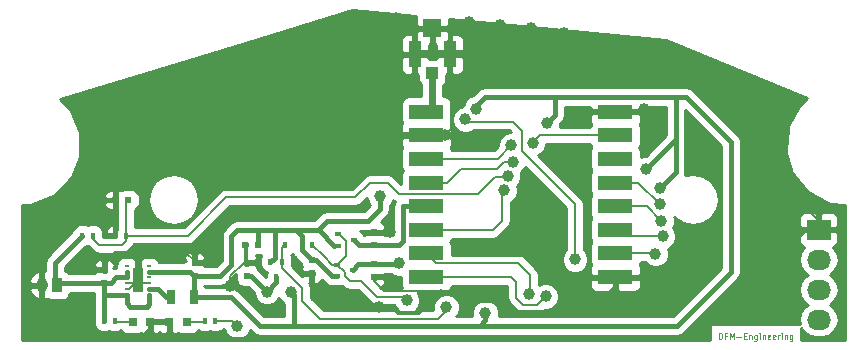
<source format=gtl>
G04 #@! TF.FileFunction,Copper,L1,Top,Signal*
%FSLAX46Y46*%
G04 Gerber Fmt 4.6, Leading zero omitted, Abs format (unit mm)*
G04 Created by KiCad (PCBNEW 4.0.5+dfsg1-4) date Tue Oct  2 15:16:33 2018*
%MOMM*%
%LPD*%
G01*
G04 APERTURE LIST*
%ADD10C,0.100000*%
%ADD11C,0.125000*%
%ADD12C,1.000000*%
%ADD13R,1.100000X2.250000*%
%ADD14R,1.050000X1.100000*%
%ADD15R,1.524000X1.524000*%
%ADD16R,3.000000X1.300000*%
%ADD17R,0.950000X1.250000*%
%ADD18O,0.950000X1.250000*%
%ADD19R,0.500000X0.600000*%
%ADD20R,0.600000X0.500000*%
%ADD21R,0.797560X0.797560*%
%ADD22R,0.700000X1.300000*%
%ADD23R,0.510000X0.400000*%
%ADD24R,0.400000X0.600000*%
%ADD25R,2.032000X1.727200*%
%ADD26O,2.032000X1.727200*%
%ADD27O,0.500000X0.250000*%
%ADD28R,0.900000X2.000000*%
%ADD29R,0.400000X0.510000*%
%ADD30C,0.600000*%
%ADD31C,0.400000*%
%ADD32C,0.200000*%
%ADD33C,0.300000*%
%ADD34C,0.254000*%
G04 APERTURE END LIST*
D10*
D11*
X180050953Y-127296190D02*
X180050953Y-126796190D01*
X180170000Y-126796190D01*
X180241429Y-126820000D01*
X180289048Y-126867619D01*
X180312857Y-126915238D01*
X180336667Y-127010476D01*
X180336667Y-127081905D01*
X180312857Y-127177143D01*
X180289048Y-127224762D01*
X180241429Y-127272381D01*
X180170000Y-127296190D01*
X180050953Y-127296190D01*
X180717619Y-127034286D02*
X180550953Y-127034286D01*
X180550953Y-127296190D02*
X180550953Y-126796190D01*
X180789048Y-126796190D01*
X180979524Y-127296190D02*
X180979524Y-126796190D01*
X181146190Y-127153333D01*
X181312857Y-126796190D01*
X181312857Y-127296190D01*
X181550953Y-127105714D02*
X181931905Y-127105714D01*
X182170001Y-127034286D02*
X182336667Y-127034286D01*
X182408096Y-127296190D02*
X182170001Y-127296190D01*
X182170001Y-126796190D01*
X182408096Y-126796190D01*
X182622382Y-126962857D02*
X182622382Y-127296190D01*
X182622382Y-127010476D02*
X182646191Y-126986667D01*
X182693810Y-126962857D01*
X182765239Y-126962857D01*
X182812858Y-126986667D01*
X182836667Y-127034286D01*
X182836667Y-127296190D01*
X183289048Y-126962857D02*
X183289048Y-127367619D01*
X183265239Y-127415238D01*
X183241429Y-127439048D01*
X183193810Y-127462857D01*
X183122382Y-127462857D01*
X183074763Y-127439048D01*
X183289048Y-127272381D02*
X183241429Y-127296190D01*
X183146191Y-127296190D01*
X183098572Y-127272381D01*
X183074763Y-127248571D01*
X183050953Y-127200952D01*
X183050953Y-127058095D01*
X183074763Y-127010476D01*
X183098572Y-126986667D01*
X183146191Y-126962857D01*
X183241429Y-126962857D01*
X183289048Y-126986667D01*
X183527144Y-127296190D02*
X183527144Y-126962857D01*
X183527144Y-126796190D02*
X183503334Y-126820000D01*
X183527144Y-126843810D01*
X183550953Y-126820000D01*
X183527144Y-126796190D01*
X183527144Y-126843810D01*
X183765239Y-126962857D02*
X183765239Y-127296190D01*
X183765239Y-127010476D02*
X183789048Y-126986667D01*
X183836667Y-126962857D01*
X183908096Y-126962857D01*
X183955715Y-126986667D01*
X183979524Y-127034286D01*
X183979524Y-127296190D01*
X184408096Y-127272381D02*
X184360477Y-127296190D01*
X184265239Y-127296190D01*
X184217620Y-127272381D01*
X184193810Y-127224762D01*
X184193810Y-127034286D01*
X184217620Y-126986667D01*
X184265239Y-126962857D01*
X184360477Y-126962857D01*
X184408096Y-126986667D01*
X184431905Y-127034286D01*
X184431905Y-127081905D01*
X184193810Y-127129524D01*
X184836667Y-127272381D02*
X184789048Y-127296190D01*
X184693810Y-127296190D01*
X184646191Y-127272381D01*
X184622381Y-127224762D01*
X184622381Y-127034286D01*
X184646191Y-126986667D01*
X184693810Y-126962857D01*
X184789048Y-126962857D01*
X184836667Y-126986667D01*
X184860476Y-127034286D01*
X184860476Y-127081905D01*
X184622381Y-127129524D01*
X185074762Y-127296190D02*
X185074762Y-126962857D01*
X185074762Y-127058095D02*
X185098571Y-127010476D01*
X185122381Y-126986667D01*
X185170000Y-126962857D01*
X185217619Y-126962857D01*
X185384286Y-127296190D02*
X185384286Y-126962857D01*
X185384286Y-126796190D02*
X185360476Y-126820000D01*
X185384286Y-126843810D01*
X185408095Y-126820000D01*
X185384286Y-126796190D01*
X185384286Y-126843810D01*
X185622381Y-126962857D02*
X185622381Y-127296190D01*
X185622381Y-127010476D02*
X185646190Y-126986667D01*
X185693809Y-126962857D01*
X185765238Y-126962857D01*
X185812857Y-126986667D01*
X185836666Y-127034286D01*
X185836666Y-127296190D01*
X186289047Y-126962857D02*
X186289047Y-127367619D01*
X186265238Y-127415238D01*
X186241428Y-127439048D01*
X186193809Y-127462857D01*
X186122381Y-127462857D01*
X186074762Y-127439048D01*
X186289047Y-127272381D02*
X186241428Y-127296190D01*
X186146190Y-127296190D01*
X186098571Y-127272381D01*
X186074762Y-127248571D01*
X186050952Y-127200952D01*
X186050952Y-127058095D01*
X186074762Y-127010476D01*
X186098571Y-126986667D01*
X186146190Y-126962857D01*
X186241428Y-126962857D01*
X186289047Y-126986667D01*
D12*
X161550000Y-100700000D03*
X159000000Y-106350000D03*
X159000000Y-104350000D03*
X159000000Y-102350000D03*
X145350000Y-110900000D03*
X145350000Y-108900000D03*
X145350000Y-106900000D03*
X145350000Y-104900000D03*
X137800000Y-111400000D03*
X137800000Y-109400000D03*
X137800000Y-107400000D03*
X137800000Y-105400000D03*
D13*
X154325000Y-103200000D03*
X157275000Y-103200000D03*
D14*
X155800000Y-104750000D03*
D15*
X155800000Y-101000000D03*
D12*
X146220000Y-123340000D03*
X149710000Y-111090000D03*
X145350000Y-102900000D03*
X137010000Y-119500000D03*
X148100000Y-100500000D03*
X145950000Y-100900000D03*
X142250000Y-101950000D03*
X144200000Y-101400000D03*
X158900000Y-100450000D03*
X169600000Y-101900000D03*
X166950000Y-101400000D03*
X137410000Y-114800000D03*
X140050000Y-102650000D03*
X137800000Y-103400000D03*
X135950000Y-104050000D03*
X137750000Y-113250000D03*
X152700000Y-102200000D03*
X152700000Y-104100000D03*
X150390000Y-100240000D03*
X129600000Y-106250000D03*
X131826000Y-105410000D03*
X179100000Y-112600000D03*
X179200000Y-118900000D03*
X177500000Y-118900000D03*
X178000000Y-111400000D03*
X182100000Y-107000000D03*
X179600000Y-105200000D03*
X184300000Y-114700000D03*
X184300000Y-112700000D03*
X184300000Y-110700000D03*
X184300000Y-108700000D03*
X175100000Y-124600000D03*
X173000000Y-124600000D03*
X171000000Y-124600000D03*
X177000000Y-123200000D03*
X169000000Y-124600000D03*
X167200000Y-124600000D03*
X180310000Y-124920000D03*
X185450000Y-124960000D03*
X183910000Y-124980000D03*
X182060000Y-124980000D03*
X176920000Y-104020000D03*
X162750000Y-104350000D03*
X171050000Y-104300000D03*
X166850000Y-104300000D03*
X174600000Y-103200000D03*
X172150000Y-102450000D03*
X152750000Y-100150000D03*
X152700000Y-106000000D03*
X152720000Y-107820000D03*
X164200000Y-100950000D03*
X134000000Y-104650000D03*
X127370000Y-106840000D03*
X126470000Y-108450000D03*
X126520000Y-110320000D03*
X126520000Y-112420000D03*
X124920000Y-114720000D03*
X122520000Y-116420000D03*
X164900000Y-119300000D03*
X163200000Y-119300000D03*
X163200000Y-117600000D03*
X164900000Y-117600000D03*
D16*
X171310000Y-108060000D03*
X171310000Y-110060000D03*
X171310000Y-112060000D03*
X171310000Y-114060000D03*
X171310000Y-116060000D03*
X171310000Y-118060000D03*
X171310000Y-120060000D03*
X171310000Y-122060000D03*
X155310000Y-122060000D03*
X155310000Y-120060000D03*
X155310000Y-118060000D03*
X155310000Y-116060000D03*
X155310000Y-114060000D03*
X155310000Y-112060000D03*
X155310000Y-110060000D03*
X155310000Y-108060000D03*
D12*
X122600000Y-118300000D03*
X122600000Y-120100000D03*
D17*
X123990000Y-122730000D03*
D18*
X122740000Y-122730000D03*
D19*
X128020000Y-122540000D03*
X128020000Y-121440000D03*
X135670000Y-121940000D03*
X135670000Y-120840000D03*
X150900000Y-119350000D03*
X150900000Y-118250000D03*
X145600000Y-120650000D03*
X145600000Y-121750000D03*
X140100000Y-121950000D03*
X140100000Y-120850000D03*
D20*
X141050000Y-119300000D03*
X139950000Y-119300000D03*
X130070000Y-115530000D03*
X128970000Y-115530000D03*
D21*
X135019300Y-125840000D03*
X133520700Y-125840000D03*
X130420700Y-125840000D03*
X131919300Y-125840000D03*
D22*
X133710000Y-123740000D03*
X135610000Y-123740000D03*
D23*
X147750000Y-121000000D03*
X147750000Y-122000000D03*
X149050000Y-121500000D03*
X147850000Y-118400000D03*
X147850000Y-119400000D03*
X149150000Y-118900000D03*
D24*
X126170000Y-118540000D03*
X127070000Y-118540000D03*
X129870000Y-118540000D03*
X128970000Y-118540000D03*
X137420000Y-125740000D03*
X136520000Y-125740000D03*
X128020000Y-125740000D03*
X128920000Y-125740000D03*
X143350000Y-119300000D03*
X142450000Y-119300000D03*
D25*
X188520000Y-118040000D03*
D26*
X188520000Y-120580000D03*
X188520000Y-123120000D03*
X188520000Y-125660000D03*
D27*
X131820000Y-123590000D03*
X131820000Y-123090000D03*
X131820000Y-122590000D03*
X131820000Y-122090000D03*
X131820000Y-121590000D03*
X131820000Y-121090000D03*
X129920000Y-121090000D03*
X129920000Y-121590000D03*
X129920000Y-122090000D03*
X129920000Y-122590000D03*
X129920000Y-123090000D03*
X129920000Y-123590000D03*
D28*
X130870000Y-122340000D03*
D19*
X150900000Y-122050000D03*
X150900000Y-120950000D03*
D29*
X143100000Y-120750000D03*
X142100000Y-120750000D03*
X142600000Y-122050000D03*
D24*
X145650000Y-119300000D03*
X144750000Y-119300000D03*
D12*
X152200000Y-118200000D03*
X138700000Y-122800000D03*
X126400000Y-120600000D03*
X151290000Y-124620000D03*
X156840000Y-110060000D03*
X162000000Y-124200000D03*
X178500000Y-110100000D03*
X173700000Y-107800000D03*
X175100000Y-114500000D03*
X173900000Y-112900000D03*
X160300000Y-125100000D03*
X165500000Y-109000000D03*
X159500000Y-107800000D03*
X143800000Y-123300000D03*
X151400000Y-115200000D03*
X141800000Y-123300000D03*
X153650000Y-124030000D03*
X157000000Y-124600000D03*
X162200000Y-113500000D03*
X139300000Y-126200000D03*
X162600000Y-112300000D03*
X175200000Y-117300000D03*
X162500000Y-110900000D03*
X164300000Y-110700000D03*
X165400000Y-123700000D03*
X174700000Y-120100000D03*
X175300000Y-118600000D03*
X175100000Y-115900000D03*
X164010000Y-123480000D03*
X161900000Y-114700000D03*
X167890000Y-120560000D03*
X158600000Y-108700000D03*
X153000000Y-120900000D03*
D30*
X155800000Y-104750000D02*
X155800000Y-107570000D01*
X155800000Y-107570000D02*
X155310000Y-108060000D01*
D31*
X155800000Y-107570000D02*
X155310000Y-108060000D01*
D32*
X128020000Y-122540000D02*
X124180000Y-122540000D01*
X124180000Y-122540000D02*
X123990000Y-122730000D01*
X123990000Y-122730000D02*
X123990000Y-120690000D01*
X123990000Y-120690000D02*
X126140000Y-118540000D01*
X126140000Y-118540000D02*
X126170000Y-118540000D01*
D31*
X129920000Y-123590000D02*
X129920000Y-124290000D01*
X131820000Y-124370000D02*
X131820000Y-123590000D01*
X131640000Y-124550000D02*
X131820000Y-124370000D01*
X130180000Y-124550000D02*
X131640000Y-124550000D01*
X129920000Y-124290000D02*
X130180000Y-124550000D01*
X129920000Y-123590000D02*
X128020000Y-123590000D01*
D32*
X128100000Y-123500000D02*
X128020000Y-123500000D01*
X128100000Y-123510000D02*
X128100000Y-123500000D01*
X128020000Y-123590000D02*
X128100000Y-123510000D01*
D31*
X129920000Y-121590000D02*
X129920000Y-122090000D01*
X129920000Y-122090000D02*
X129010000Y-122090000D01*
X128560000Y-122540000D02*
X128020000Y-122540000D01*
X129010000Y-122090000D02*
X128560000Y-122540000D01*
X128020000Y-122540000D02*
X128020000Y-123500000D01*
X128020000Y-123500000D02*
X128020000Y-125740000D01*
X123880000Y-120830000D02*
X126170000Y-118540000D01*
X128020000Y-122540000D02*
X124110000Y-122540000D01*
D32*
X124110000Y-122540000D02*
X123880000Y-122770000D01*
D31*
X123880000Y-122770000D02*
X123880000Y-120830000D01*
D32*
X122740000Y-122730000D02*
X122740000Y-125640000D01*
X122740000Y-125640000D02*
X124400000Y-127300000D01*
X122740000Y-122730000D02*
X122740000Y-120240000D01*
X122740000Y-120240000D02*
X122600000Y-120100000D01*
X122600000Y-122740000D02*
X122630000Y-122770000D01*
D31*
X131100000Y-127300000D02*
X124400000Y-127300000D01*
D30*
X155310000Y-110060000D02*
X150740000Y-110060000D01*
X150740000Y-110060000D02*
X149710000Y-111090000D01*
D33*
X152400000Y-124620000D02*
X152920000Y-125140000D01*
X154640000Y-125140000D02*
X154840000Y-124940000D01*
X152920000Y-125140000D02*
X154640000Y-125140000D01*
X151290000Y-124620000D02*
X152400000Y-124620000D01*
X154840000Y-124940000D02*
X156580000Y-123200000D01*
D31*
X155310000Y-110060000D02*
X150798000Y-110060000D01*
X150798000Y-110060000D02*
X149548000Y-111310000D01*
D32*
X128970000Y-115530000D02*
X125730000Y-115530000D01*
X125730000Y-115530000D02*
X124920000Y-114720000D01*
X128970000Y-118540000D02*
X128970000Y-115530000D01*
D31*
X151230000Y-124518049D02*
X147318049Y-124518049D01*
X147318049Y-124518049D02*
X146100000Y-123300000D01*
X188520000Y-118040000D02*
X187260000Y-118040000D01*
X187260000Y-118040000D02*
X183900000Y-121400000D01*
X150900000Y-118250000D02*
X152150000Y-118250000D01*
X152150000Y-118250000D02*
X152200000Y-118200000D01*
D30*
X130870000Y-122340000D02*
X130870000Y-119600000D01*
D31*
X130870000Y-119600000D02*
X130900000Y-119570000D01*
D32*
X140100000Y-120850000D02*
X139850000Y-120850000D01*
X139850000Y-120850000D02*
X138700000Y-122000000D01*
X138700000Y-122000000D02*
X138700000Y-122800000D01*
X128020000Y-121440000D02*
X127240000Y-121440000D01*
X127240000Y-121440000D02*
X126400000Y-120600000D01*
X130900000Y-119900000D02*
X130900000Y-119570000D01*
X151190000Y-124520000D02*
X151230000Y-124518049D01*
X151290000Y-124620000D02*
X151190000Y-124520000D01*
X145600000Y-121750000D02*
X145600000Y-122800000D01*
X145600000Y-122800000D02*
X146100000Y-123300000D01*
X162000000Y-124200000D02*
X159100000Y-124200000D01*
X159100000Y-124200000D02*
X158600000Y-123700000D01*
X150900000Y-122050000D02*
X150900000Y-122400000D01*
X151700000Y-123200000D02*
X156580000Y-123200000D01*
X150900000Y-122400000D02*
X151700000Y-123200000D01*
X156580000Y-123200000D02*
X157100000Y-123200000D01*
X157100000Y-123200000D02*
X158100000Y-123200000D01*
X158100000Y-123200000D02*
X158600000Y-123700000D01*
X158600000Y-123700000D02*
X158900000Y-124000000D01*
X155310000Y-110060000D02*
X156840000Y-110060000D01*
X161200000Y-102900000D02*
X161100000Y-102900000D01*
X157400000Y-109500000D02*
X156840000Y-110060000D01*
X157400000Y-106600000D02*
X157400000Y-109500000D01*
X161100000Y-102900000D02*
X157400000Y-106600000D01*
X188520000Y-118040000D02*
X188520000Y-117320000D01*
X188520000Y-117320000D02*
X182800000Y-111600000D01*
X176200000Y-102900000D02*
X161200000Y-102900000D01*
X161200000Y-102900000D02*
X156975000Y-102900000D01*
X182800000Y-109500000D02*
X176200000Y-102900000D01*
X182800000Y-111600000D02*
X182800000Y-109500000D01*
X154025000Y-102900000D02*
X156975000Y-102900000D01*
D31*
X183900000Y-121400000D02*
X178000000Y-127300000D01*
X178000000Y-127300000D02*
X131100000Y-127300000D01*
D32*
X164900000Y-119300000D02*
X164900000Y-121500000D01*
X164900000Y-121500000D02*
X165460000Y-122060000D01*
X165460000Y-122060000D02*
X171310000Y-122060000D01*
X171310000Y-122790000D02*
X171310000Y-122060000D01*
X169200000Y-124900000D02*
X171310000Y-122790000D01*
X162700000Y-124900000D02*
X169200000Y-124900000D01*
X162000000Y-124200000D02*
X162700000Y-124900000D01*
X171310000Y-122060000D02*
X174640000Y-122060000D01*
X180100000Y-111700000D02*
X178500000Y-110100000D01*
X180100000Y-116600000D02*
X180100000Y-111700000D01*
X174640000Y-122060000D02*
X180100000Y-116600000D01*
X173440000Y-108060000D02*
X171310000Y-108060000D01*
X173700000Y-107800000D02*
X173440000Y-108060000D01*
X139950000Y-119300000D02*
X139950000Y-120700000D01*
X139950000Y-120700000D02*
X140100000Y-120850000D01*
X155260000Y-110060000D02*
X155310000Y-110060000D01*
X122600000Y-120100000D02*
X122600000Y-122740000D01*
X122600000Y-118300000D02*
X122600000Y-120100000D01*
X131820000Y-122590000D02*
X131120000Y-122590000D01*
X131120000Y-122590000D02*
X130870000Y-122340000D01*
X140100000Y-120850000D02*
X140100000Y-119450000D01*
X140100000Y-119450000D02*
X139950000Y-119300000D01*
X129920000Y-122590000D02*
X130620000Y-122590000D01*
X130620000Y-122590000D02*
X130870000Y-122340000D01*
X129920000Y-123090000D02*
X130120000Y-123090000D01*
X130120000Y-123090000D02*
X130870000Y-122340000D01*
X128020000Y-121440000D02*
X128020000Y-120780000D01*
X128900000Y-119900000D02*
X130900000Y-119900000D01*
X130900000Y-119900000D02*
X131500000Y-119900000D01*
X128020000Y-120780000D02*
X128900000Y-119900000D01*
X135670000Y-120840000D02*
X135670000Y-120670000D01*
X135670000Y-120670000D02*
X134900000Y-119900000D01*
X134900000Y-119900000D02*
X131500000Y-119900000D01*
X131500000Y-119900000D02*
X131300000Y-119900000D01*
X131300000Y-119900000D02*
X130870000Y-120330000D01*
X130870000Y-120330000D02*
X130870000Y-122340000D01*
D31*
X131919300Y-125840000D02*
X131919300Y-126480700D01*
X131919300Y-126480700D02*
X131100000Y-127300000D01*
D32*
X131919300Y-125840000D02*
X133520700Y-125840000D01*
D31*
X176400000Y-113200000D02*
X176400000Y-110400000D01*
X175100000Y-114500000D02*
X176400000Y-113200000D01*
X173900000Y-112900000D02*
X176400000Y-110400000D01*
X176400000Y-110400000D02*
X176400000Y-106800000D01*
X158800000Y-126200000D02*
X159800000Y-126200000D01*
X160300000Y-125700000D02*
X160300000Y-125100000D01*
X159800000Y-126200000D02*
X160300000Y-125700000D01*
X166200000Y-106800000D02*
X166200000Y-108300000D01*
X166200000Y-108300000D02*
X165500000Y-109000000D01*
D32*
X159500000Y-107800000D02*
X159500000Y-107600000D01*
D31*
X160300000Y-106800000D02*
X166200000Y-106800000D01*
X166200000Y-106800000D02*
X176400000Y-106800000D01*
X176400000Y-106800000D02*
X177300000Y-106800000D01*
X181100000Y-121600000D02*
X181100000Y-110600000D01*
X176500000Y-126200000D02*
X181100000Y-121600000D01*
X158800000Y-126200000D02*
X176500000Y-126200000D01*
X181100000Y-110600000D02*
X177300000Y-106800000D01*
X159500000Y-107600000D02*
X160300000Y-106800000D01*
X144100000Y-126200000D02*
X144100000Y-123600000D01*
D32*
X144100000Y-123600000D02*
X143800000Y-123300000D01*
D31*
X145600000Y-120650000D02*
X145950000Y-120650000D01*
X147300000Y-122000000D02*
X147750000Y-122000000D01*
X145950000Y-120650000D02*
X147300000Y-122000000D01*
X144750000Y-119300000D02*
X144750000Y-119800000D01*
X144750000Y-119800000D02*
X145600000Y-120650000D01*
X146100000Y-118100000D02*
X146900000Y-117300000D01*
X151400000Y-116300000D02*
X151400000Y-115200000D01*
X150400000Y-117300000D02*
X151400000Y-116300000D01*
X146900000Y-117300000D02*
X150400000Y-117300000D01*
X135610000Y-123740000D02*
X138740000Y-123740000D01*
X144100000Y-126200000D02*
X158800000Y-126200000D01*
X141200000Y-126200000D02*
X144100000Y-126200000D01*
X138740000Y-123740000D02*
X141200000Y-126200000D01*
X141050000Y-119300000D02*
X141050000Y-118100000D01*
D32*
X141050000Y-118100000D02*
X140700000Y-118100000D01*
D31*
X142450000Y-119300000D02*
X142450000Y-120400000D01*
X142450000Y-120400000D02*
X142100000Y-120750000D01*
X144750000Y-119300000D02*
X144750000Y-118550000D01*
X144750000Y-118550000D02*
X144300000Y-118100000D01*
X142470000Y-118100000D02*
X144300000Y-118100000D01*
X144300000Y-118100000D02*
X146100000Y-118100000D01*
D32*
X146100000Y-118100000D02*
X146200000Y-118100000D01*
X147500000Y-119400000D02*
X147850000Y-119400000D01*
D31*
X146200000Y-118100000D02*
X147500000Y-119400000D01*
X142470000Y-119270000D02*
X142470000Y-118100000D01*
D32*
X142470000Y-118100000D02*
X142470000Y-118100000D01*
X142470000Y-118100000D02*
X142500000Y-118100000D01*
D31*
X135670000Y-121940000D02*
X137860000Y-121940000D01*
X139300000Y-118100000D02*
X140700000Y-118100000D01*
X140700000Y-118100000D02*
X142500000Y-118100000D01*
X138800000Y-118600000D02*
X139300000Y-118100000D01*
X138800000Y-121000000D02*
X138800000Y-118600000D01*
X137860000Y-121940000D02*
X138800000Y-121000000D01*
X131820000Y-121590000D02*
X135320000Y-121590000D01*
X135320000Y-121590000D02*
X135670000Y-121940000D01*
X135610000Y-123740000D02*
X135610000Y-122000000D01*
D32*
X135610000Y-122000000D02*
X135670000Y-121940000D01*
D31*
X152500000Y-119350000D02*
X152950000Y-119350000D01*
X153300000Y-119000000D02*
X153300000Y-116100000D01*
X153300000Y-116100000D02*
X153340000Y-116060000D01*
X153340000Y-116060000D02*
X155310000Y-116060000D01*
X150900000Y-119350000D02*
X152500000Y-119350000D01*
X152950000Y-119350000D02*
X153300000Y-119000000D01*
X150900000Y-119350000D02*
X150950000Y-119350000D01*
D32*
X155310000Y-116060000D02*
X154040000Y-116060000D01*
X155310000Y-116060000D02*
X153940000Y-116060000D01*
D31*
X150900000Y-119350000D02*
X149600000Y-119350000D01*
X149600000Y-119350000D02*
X149150000Y-118900000D01*
X140100000Y-121950000D02*
X140450000Y-121950000D01*
X140450000Y-121950000D02*
X141800000Y-123300000D01*
X142600000Y-122050000D02*
X142600000Y-122500000D01*
X142600000Y-122500000D02*
X141800000Y-123300000D01*
D32*
X135019300Y-125840000D02*
X136420000Y-125840000D01*
X136420000Y-125840000D02*
X136520000Y-125740000D01*
X130420700Y-125840000D02*
X129020000Y-125840000D01*
X129020000Y-125840000D02*
X128920000Y-125740000D01*
D31*
X133710000Y-123740000D02*
X133240000Y-123740000D01*
X132590000Y-123090000D02*
X131820000Y-123090000D01*
X133240000Y-123740000D02*
X132590000Y-123090000D01*
D32*
X151120000Y-123720000D02*
X153340000Y-123720000D01*
X153340000Y-123720000D02*
X153650000Y-124030000D01*
X148800000Y-122400000D02*
X148400000Y-122000000D01*
X149800000Y-122400000D02*
X148800000Y-122400000D01*
X151120000Y-123720000D02*
X149800000Y-122400000D01*
X148400000Y-122000000D02*
X148400000Y-121650000D01*
X148400000Y-121650000D02*
X147750000Y-121000000D01*
X147750000Y-121000000D02*
X147350000Y-121000000D01*
X147350000Y-121000000D02*
X146600000Y-120250000D01*
X146600000Y-120250000D02*
X145650000Y-119300000D01*
X147850000Y-118400000D02*
X147900000Y-118400000D01*
X147900000Y-118400000D02*
X148500000Y-119000000D01*
X148500000Y-120250000D02*
X147750000Y-121000000D01*
X148500000Y-119000000D02*
X148500000Y-120250000D01*
X157000000Y-124600000D02*
X157000000Y-124900000D01*
X144800000Y-124100000D02*
X144800000Y-123000000D01*
X146300000Y-125600000D02*
X144800000Y-124100000D01*
X156300000Y-125600000D02*
X146300000Y-125600000D01*
X157000000Y-124900000D02*
X156300000Y-125600000D01*
X144800000Y-123000000D02*
X144700000Y-122900000D01*
X143100000Y-120750000D02*
X143100000Y-121300000D01*
X143100000Y-121300000D02*
X144700000Y-122900000D01*
X143100000Y-120750000D02*
X143100000Y-119550000D01*
X143100000Y-119550000D02*
X143350000Y-119300000D01*
X129870000Y-118540000D02*
X135120000Y-118540000D01*
X138360000Y-115300000D02*
X140000000Y-115300000D01*
X135120000Y-118540000D02*
X138360000Y-115300000D01*
X150950000Y-114100000D02*
X152060000Y-114100000D01*
X161100000Y-113600000D02*
X162100000Y-113600000D01*
X162100000Y-113600000D02*
X162200000Y-113500000D01*
X159700000Y-115000000D02*
X161100000Y-113600000D01*
X153020000Y-115060000D02*
X159640000Y-115060000D01*
X159640000Y-115060000D02*
X159700000Y-115000000D01*
X140000000Y-115300000D02*
X149300000Y-115300000D01*
X149300000Y-115300000D02*
X150500000Y-114100000D01*
X150500000Y-114100000D02*
X150950000Y-114100000D01*
X152060000Y-114100000D02*
X153020000Y-115060000D01*
X129870000Y-118540000D02*
X129870000Y-115730000D01*
X129870000Y-115730000D02*
X130070000Y-115530000D01*
X127070000Y-118540000D02*
X127070000Y-118810000D01*
X127070000Y-118810000D02*
X127620000Y-119360000D01*
X127620000Y-119360000D02*
X129520000Y-119360000D01*
X129520000Y-119360000D02*
X129870000Y-119010000D01*
X129870000Y-119010000D02*
X129870000Y-118540000D01*
X129870000Y-115740000D02*
X130070000Y-115540000D01*
X138840000Y-125740000D02*
X137420000Y-125740000D01*
X139300000Y-126200000D02*
X138840000Y-125740000D01*
X162600000Y-112300000D02*
X161900000Y-112300000D01*
X157040000Y-114060000D02*
X155310000Y-114060000D01*
X158200000Y-112900000D02*
X157040000Y-114060000D01*
X161300000Y-112900000D02*
X158200000Y-112900000D01*
X161900000Y-112300000D02*
X161300000Y-112900000D01*
X173960000Y-116060000D02*
X171310000Y-116060000D01*
X175200000Y-117300000D02*
X173960000Y-116060000D01*
X161340000Y-112060000D02*
X155310000Y-112060000D01*
X162500000Y-110900000D02*
X161340000Y-112060000D01*
X164940000Y-110060000D02*
X171310000Y-110060000D01*
X164300000Y-110700000D02*
X164940000Y-110060000D01*
X162460000Y-122060000D02*
X155310000Y-122060000D01*
X162900000Y-122500000D02*
X162460000Y-122060000D01*
X162900000Y-123800000D02*
X162900000Y-122500000D01*
X163500000Y-124400000D02*
X162900000Y-123800000D01*
X164700000Y-124400000D02*
X163500000Y-124400000D01*
X165400000Y-123700000D02*
X164700000Y-124400000D01*
X174660000Y-120060000D02*
X171310000Y-120060000D01*
X174700000Y-120100000D02*
X174660000Y-120060000D01*
X175300000Y-118600000D02*
X171850000Y-118600000D01*
X171850000Y-118600000D02*
X171310000Y-118060000D01*
X173260000Y-114060000D02*
X171310000Y-114060000D01*
X175100000Y-115900000D02*
X173260000Y-114060000D01*
X172660000Y-114060000D02*
X171310000Y-114060000D01*
X164080000Y-123550000D02*
X164080000Y-121890000D01*
X164010000Y-123480000D02*
X164080000Y-123550000D01*
X163090000Y-120900000D02*
X156150000Y-120900000D01*
X156150000Y-120900000D02*
X155310000Y-120060000D01*
X164080000Y-121890000D02*
X163090000Y-120900000D01*
X160940000Y-118060000D02*
X155310000Y-118060000D01*
X161700000Y-117300000D02*
X160940000Y-118060000D01*
X161700000Y-114900000D02*
X161700000Y-117300000D01*
X161900000Y-114700000D02*
X161700000Y-114900000D01*
X156140000Y-118060000D02*
X155310000Y-118060000D01*
X160200000Y-108900000D02*
X162600000Y-108900000D01*
X167900000Y-115900000D02*
X167890000Y-120560000D01*
X163400000Y-111400000D02*
X167900000Y-115900000D01*
X163400000Y-109700000D02*
X163400000Y-111400000D01*
X162600000Y-108900000D02*
X163400000Y-109700000D01*
X158700000Y-108900000D02*
X160200000Y-108900000D01*
X158800000Y-108900000D02*
X158700000Y-108900000D01*
X158600000Y-108700000D02*
X158800000Y-108900000D01*
D31*
X150900000Y-120950000D02*
X152950000Y-120950000D01*
D32*
X152950000Y-120950000D02*
X153000000Y-120900000D01*
X149050000Y-121500000D02*
X149050000Y-121450000D01*
D31*
X149050000Y-121450000D02*
X149550000Y-120950000D01*
X149550000Y-120950000D02*
X150900000Y-120950000D01*
D34*
G36*
X154463913Y-99964634D02*
X154403000Y-100111690D01*
X154403000Y-100714250D01*
X154561750Y-100873000D01*
X155673000Y-100873000D01*
X155673000Y-100853000D01*
X155927000Y-100853000D01*
X155927000Y-100873000D01*
X157038250Y-100873000D01*
X157197000Y-100714250D01*
X157197000Y-100225426D01*
X175583727Y-101979897D01*
X187550529Y-106936709D01*
X186914126Y-107515412D01*
X186842190Y-107612739D01*
X186766659Y-107707285D01*
X185959433Y-109266537D01*
X185912229Y-109429860D01*
X185885222Y-109523302D01*
X185736143Y-111272773D01*
X185765840Y-111538392D01*
X186297603Y-113211744D01*
X186426687Y-113445779D01*
X187558335Y-114788258D01*
X187744816Y-114937233D01*
X187767155Y-114955079D01*
X189326407Y-115762305D01*
X189583171Y-115836516D01*
X190705804Y-115932180D01*
X190705804Y-127349399D01*
X187043095Y-127349399D01*
X187043095Y-126371724D01*
X187275585Y-126719670D01*
X187761766Y-127044526D01*
X188335255Y-127158600D01*
X188704745Y-127158600D01*
X189278234Y-127044526D01*
X189764415Y-126719670D01*
X190089271Y-126233489D01*
X190203345Y-125660000D01*
X190089271Y-125086511D01*
X189764415Y-124600330D01*
X189449634Y-124390000D01*
X189764415Y-124179670D01*
X190089271Y-123693489D01*
X190203345Y-123120000D01*
X190089271Y-122546511D01*
X189764415Y-122060330D01*
X189449634Y-121850000D01*
X189764415Y-121639670D01*
X190089271Y-121153489D01*
X190203345Y-120580000D01*
X190089271Y-120006511D01*
X189764415Y-119520330D01*
X189742220Y-119505500D01*
X189895698Y-119441927D01*
X190074327Y-119263299D01*
X190171000Y-119029910D01*
X190171000Y-118325750D01*
X190012250Y-118167000D01*
X188647000Y-118167000D01*
X188647000Y-118187000D01*
X188393000Y-118187000D01*
X188393000Y-118167000D01*
X187027750Y-118167000D01*
X186869000Y-118325750D01*
X186869000Y-119029910D01*
X186965673Y-119263299D01*
X187144302Y-119441927D01*
X187297780Y-119505500D01*
X187275585Y-119520330D01*
X186950729Y-120006511D01*
X186836655Y-120580000D01*
X186950729Y-121153489D01*
X187275585Y-121639670D01*
X187590366Y-121850000D01*
X187275585Y-122060330D01*
X186950729Y-122546511D01*
X186836655Y-123120000D01*
X186950729Y-123693489D01*
X187275585Y-124179670D01*
X187590366Y-124390000D01*
X187275585Y-124600330D01*
X186950729Y-125086511D01*
X186836655Y-125660000D01*
X186908761Y-126022500D01*
X179296905Y-126022500D01*
X179296905Y-127349399D01*
X121075804Y-127349399D01*
X121075804Y-123031131D01*
X121638771Y-123031131D01*
X121780432Y-123441049D01*
X122068179Y-123765552D01*
X122442062Y-123949268D01*
X122613000Y-123822734D01*
X122613000Y-122857000D01*
X121787437Y-122857000D01*
X121638771Y-123031131D01*
X121075804Y-123031131D01*
X121075804Y-122428869D01*
X121638771Y-122428869D01*
X121787437Y-122603000D01*
X122613000Y-122603000D01*
X122613000Y-121637266D01*
X122867000Y-121637266D01*
X122867000Y-122603000D01*
X122867560Y-122603000D01*
X122867560Y-122857000D01*
X122867000Y-122857000D01*
X122867000Y-123822734D01*
X123037938Y-123949268D01*
X123167075Y-123885813D01*
X123263110Y-123951431D01*
X123515000Y-124002440D01*
X124465000Y-124002440D01*
X124700317Y-123958162D01*
X124916441Y-123819090D01*
X125061431Y-123606890D01*
X125108390Y-123375000D01*
X127185000Y-123375000D01*
X127185000Y-125378569D01*
X127172560Y-125440000D01*
X127172560Y-126040000D01*
X127216838Y-126275317D01*
X127355910Y-126491441D01*
X127568110Y-126636431D01*
X127820000Y-126687440D01*
X128220000Y-126687440D01*
X128455317Y-126643162D01*
X128466979Y-126635658D01*
X128468110Y-126636431D01*
X128720000Y-126687440D01*
X129120000Y-126687440D01*
X129355317Y-126643162D01*
X129461244Y-126575000D01*
X129483687Y-126575000D01*
X129557830Y-126690221D01*
X129770030Y-126835211D01*
X130021920Y-126886220D01*
X130819480Y-126886220D01*
X131054797Y-126841942D01*
X131158759Y-126775044D01*
X131160822Y-126777107D01*
X131394211Y-126873780D01*
X131633550Y-126873780D01*
X131792300Y-126715030D01*
X131792300Y-125967000D01*
X132046300Y-125967000D01*
X132046300Y-126715030D01*
X132205050Y-126873780D01*
X132444389Y-126873780D01*
X132677778Y-126777107D01*
X132720000Y-126734885D01*
X132762222Y-126777107D01*
X132995611Y-126873780D01*
X133234950Y-126873780D01*
X133393700Y-126715030D01*
X133393700Y-125967000D01*
X132046300Y-125967000D01*
X131792300Y-125967000D01*
X131772300Y-125967000D01*
X131772300Y-125713000D01*
X131792300Y-125713000D01*
X131792300Y-125693000D01*
X132046300Y-125693000D01*
X132046300Y-125713000D01*
X133393700Y-125713000D01*
X133393700Y-125693000D01*
X133647700Y-125693000D01*
X133647700Y-125713000D01*
X133667700Y-125713000D01*
X133667700Y-125967000D01*
X133647700Y-125967000D01*
X133647700Y-126715030D01*
X133806450Y-126873780D01*
X134045789Y-126873780D01*
X134279178Y-126777107D01*
X134280970Y-126775315D01*
X134368630Y-126835211D01*
X134620520Y-126886220D01*
X135418080Y-126886220D01*
X135653397Y-126841942D01*
X135869521Y-126702870D01*
X135956891Y-126575000D01*
X135978203Y-126575000D01*
X136068110Y-126636431D01*
X136320000Y-126687440D01*
X136720000Y-126687440D01*
X136955317Y-126643162D01*
X136966979Y-126635658D01*
X136968110Y-126636431D01*
X137220000Y-126687440D01*
X137620000Y-126687440D01*
X137855317Y-126643162D01*
X138071441Y-126504090D01*
X138091317Y-126475000D01*
X138185556Y-126475000D01*
X138337233Y-126842086D01*
X138656235Y-127161645D01*
X139073244Y-127334803D01*
X139524775Y-127335197D01*
X139942086Y-127162767D01*
X140261645Y-126843765D01*
X140379374Y-126560242D01*
X140609566Y-126790434D01*
X140880459Y-126971439D01*
X141200000Y-127035000D01*
X176500000Y-127035000D01*
X176819541Y-126971439D01*
X177090434Y-126790434D01*
X181690434Y-122190434D01*
X181707560Y-122164803D01*
X181871439Y-121919541D01*
X181935000Y-121600000D01*
X181935000Y-117050090D01*
X186869000Y-117050090D01*
X186869000Y-117754250D01*
X187027750Y-117913000D01*
X188393000Y-117913000D01*
X188393000Y-116700150D01*
X188647000Y-116700150D01*
X188647000Y-117913000D01*
X190012250Y-117913000D01*
X190171000Y-117754250D01*
X190171000Y-117050090D01*
X190074327Y-116816701D01*
X189895698Y-116638073D01*
X189662309Y-116541400D01*
X188805750Y-116541400D01*
X188647000Y-116700150D01*
X188393000Y-116700150D01*
X188234250Y-116541400D01*
X187377691Y-116541400D01*
X187144302Y-116638073D01*
X186965673Y-116816701D01*
X186869000Y-117050090D01*
X181935000Y-117050090D01*
X181935000Y-110600000D01*
X181898943Y-110418728D01*
X181871440Y-110280460D01*
X181690434Y-110009566D01*
X177890434Y-106209566D01*
X177828296Y-106168047D01*
X177619541Y-106028561D01*
X177300000Y-105965000D01*
X160300000Y-105965000D01*
X159980459Y-106028561D01*
X159771704Y-106168047D01*
X159709566Y-106209566D01*
X159239615Y-106679517D01*
X158857914Y-106837233D01*
X158538355Y-107156235D01*
X158367351Y-107568056D01*
X157957914Y-107737233D01*
X157638355Y-108056235D01*
X157465197Y-108473244D01*
X157464803Y-108924775D01*
X157637233Y-109342086D01*
X157956235Y-109661645D01*
X158373244Y-109834803D01*
X158824775Y-109835197D01*
X159242086Y-109662767D01*
X159269901Y-109635000D01*
X162295554Y-109635000D01*
X162425488Y-109764934D01*
X162275225Y-109764803D01*
X161857914Y-109937233D01*
X161538355Y-110256235D01*
X161365197Y-110673244D01*
X161364916Y-110995638D01*
X161035554Y-111325000D01*
X157441446Y-111325000D01*
X157413162Y-111174683D01*
X157346672Y-111071354D01*
X157348327Y-111069699D01*
X157445000Y-110836310D01*
X157445000Y-110345750D01*
X157286250Y-110187000D01*
X155437000Y-110187000D01*
X155437000Y-110207000D01*
X155183000Y-110207000D01*
X155183000Y-110187000D01*
X153333750Y-110187000D01*
X153175000Y-110345750D01*
X153175000Y-110836310D01*
X153271673Y-111069699D01*
X153273042Y-111071068D01*
X153213569Y-111158110D01*
X153162560Y-111410000D01*
X153162560Y-112710000D01*
X153206838Y-112945317D01*
X153280620Y-113059978D01*
X153213569Y-113158110D01*
X153162560Y-113410000D01*
X153162560Y-114163114D01*
X152579723Y-113580277D01*
X152341272Y-113420949D01*
X152060000Y-113365000D01*
X150500000Y-113365000D01*
X150218728Y-113420949D01*
X149980276Y-113580277D01*
X148995554Y-114565000D01*
X138360000Y-114565000D01*
X138080769Y-114620543D01*
X138078728Y-114620949D01*
X137840277Y-114780276D01*
X134815554Y-117805000D01*
X130605000Y-117805000D01*
X130605000Y-116383222D01*
X130605317Y-116383162D01*
X130821441Y-116244090D01*
X130966431Y-116031890D01*
X131017440Y-115780000D01*
X131017440Y-115491758D01*
X131705804Y-115491758D01*
X131872127Y-116327921D01*
X132345776Y-117036786D01*
X133054641Y-117510435D01*
X133890804Y-117676758D01*
X134726967Y-117510435D01*
X135435832Y-117036786D01*
X135909481Y-116327921D01*
X136075804Y-115491758D01*
X135909481Y-114655595D01*
X135435832Y-113946730D01*
X134726967Y-113473081D01*
X133890804Y-113306758D01*
X133054641Y-113473081D01*
X132345776Y-113946730D01*
X131872127Y-114655595D01*
X131705804Y-115491758D01*
X131017440Y-115491758D01*
X131017440Y-115280000D01*
X130973162Y-115044683D01*
X130834090Y-114828559D01*
X130621890Y-114683569D01*
X130370000Y-114632560D01*
X129770000Y-114632560D01*
X129534683Y-114676838D01*
X129510594Y-114692339D01*
X129396309Y-114645000D01*
X129255750Y-114645000D01*
X129097000Y-114803750D01*
X129097000Y-115405000D01*
X129117000Y-115405000D01*
X129117000Y-115655000D01*
X129097000Y-115655000D01*
X129097000Y-116256250D01*
X129135000Y-116294250D01*
X129135000Y-117698750D01*
X129070000Y-117763750D01*
X129070000Y-118005734D01*
X129022560Y-118240000D01*
X129022560Y-118625000D01*
X127924447Y-118625000D01*
X127917440Y-118617993D01*
X127917440Y-118240000D01*
X127893674Y-118113690D01*
X128135000Y-118113690D01*
X128135000Y-118254250D01*
X128293750Y-118413000D01*
X128870000Y-118413000D01*
X128870000Y-117763750D01*
X128711250Y-117605000D01*
X128643691Y-117605000D01*
X128410302Y-117701673D01*
X128231673Y-117880301D01*
X128135000Y-118113690D01*
X127893674Y-118113690D01*
X127873162Y-118004683D01*
X127734090Y-117788559D01*
X127521890Y-117643569D01*
X127270000Y-117592560D01*
X126870000Y-117592560D01*
X126634683Y-117636838D01*
X126623021Y-117644342D01*
X126621890Y-117643569D01*
X126370000Y-117592560D01*
X125970000Y-117592560D01*
X125734683Y-117636838D01*
X125518559Y-117775910D01*
X125373569Y-117988110D01*
X125331048Y-118198084D01*
X123289566Y-120239566D01*
X123108561Y-120510459D01*
X123045000Y-120830000D01*
X123045000Y-121514202D01*
X123037938Y-121510732D01*
X122867000Y-121637266D01*
X122613000Y-121637266D01*
X122442062Y-121510732D01*
X122068179Y-121694448D01*
X121780432Y-122018951D01*
X121638771Y-122428869D01*
X121075804Y-122428869D01*
X121075804Y-115956314D01*
X121844816Y-115919797D01*
X121962262Y-115890582D01*
X122080711Y-115865801D01*
X122202939Y-115813750D01*
X128035000Y-115813750D01*
X128035000Y-115906310D01*
X128131673Y-116139699D01*
X128310302Y-116318327D01*
X128543691Y-116415000D01*
X128684250Y-116415000D01*
X128843000Y-116256250D01*
X128843000Y-115655000D01*
X128193750Y-115655000D01*
X128035000Y-115813750D01*
X122202939Y-115813750D01*
X123696143Y-115177868D01*
X123731564Y-115153690D01*
X128035000Y-115153690D01*
X128035000Y-115246250D01*
X128193750Y-115405000D01*
X128843000Y-115405000D01*
X128843000Y-114803750D01*
X128684250Y-114645000D01*
X128543691Y-114645000D01*
X128310302Y-114741673D01*
X128131673Y-114920301D01*
X128035000Y-115153690D01*
X123731564Y-115153690D01*
X123916893Y-115027187D01*
X125146100Y-113773420D01*
X125292383Y-113549732D01*
X125948225Y-111921006D01*
X125997772Y-111658364D01*
X125980404Y-109902637D01*
X125960932Y-109809566D01*
X125925671Y-109641027D01*
X125237737Y-108025594D01*
X125087057Y-107804844D01*
X125087054Y-107804842D01*
X124684323Y-107410000D01*
X153162560Y-107410000D01*
X153162560Y-108710000D01*
X153206838Y-108945317D01*
X153273328Y-109048646D01*
X153271673Y-109050301D01*
X153175000Y-109283690D01*
X153175000Y-109774250D01*
X153333750Y-109933000D01*
X155183000Y-109933000D01*
X155183000Y-109913000D01*
X155437000Y-109913000D01*
X155437000Y-109933000D01*
X157286250Y-109933000D01*
X157445000Y-109774250D01*
X157445000Y-109283690D01*
X157348327Y-109050301D01*
X157346958Y-109048932D01*
X157406431Y-108961890D01*
X157457440Y-108710000D01*
X157457440Y-107410000D01*
X157413162Y-107174683D01*
X157274090Y-106958559D01*
X157061890Y-106813569D01*
X156810000Y-106762560D01*
X156735000Y-106762560D01*
X156735000Y-105790757D01*
X156776441Y-105764090D01*
X156921431Y-105551890D01*
X156972440Y-105300000D01*
X156972440Y-104960000D01*
X156989250Y-104960000D01*
X157148000Y-104801250D01*
X157148000Y-103327000D01*
X157402000Y-103327000D01*
X157402000Y-104801250D01*
X157560750Y-104960000D01*
X157951309Y-104960000D01*
X158184698Y-104863327D01*
X158363327Y-104684699D01*
X158460000Y-104451310D01*
X158460000Y-103485750D01*
X158301250Y-103327000D01*
X157402000Y-103327000D01*
X157148000Y-103327000D01*
X156248750Y-103327000D01*
X156090000Y-103485750D01*
X156090000Y-103552560D01*
X155510000Y-103552560D01*
X155510000Y-103485750D01*
X155351250Y-103327000D01*
X154452000Y-103327000D01*
X154452000Y-104801250D01*
X154610750Y-104960000D01*
X154627560Y-104960000D01*
X154627560Y-105300000D01*
X154671838Y-105535317D01*
X154810910Y-105751441D01*
X154865000Y-105788399D01*
X154865000Y-106762560D01*
X153810000Y-106762560D01*
X153574683Y-106806838D01*
X153358559Y-106945910D01*
X153213569Y-107158110D01*
X153162560Y-107410000D01*
X124684323Y-107410000D01*
X124281433Y-107015003D01*
X135789665Y-103485750D01*
X153140000Y-103485750D01*
X153140000Y-104451310D01*
X153236673Y-104684699D01*
X153415302Y-104863327D01*
X153648691Y-104960000D01*
X154039250Y-104960000D01*
X154198000Y-104801250D01*
X154198000Y-103327000D01*
X153298750Y-103327000D01*
X153140000Y-103485750D01*
X135789665Y-103485750D01*
X140801729Y-101948690D01*
X153140000Y-101948690D01*
X153140000Y-102914250D01*
X153298750Y-103073000D01*
X154198000Y-103073000D01*
X154198000Y-101598750D01*
X154039250Y-101440000D01*
X153648691Y-101440000D01*
X153415302Y-101536673D01*
X153236673Y-101715301D01*
X153140000Y-101948690D01*
X140801729Y-101948690D01*
X142963452Y-101285750D01*
X154403000Y-101285750D01*
X154403000Y-101888310D01*
X154452000Y-102006606D01*
X154452000Y-103073000D01*
X155351250Y-103073000D01*
X155510000Y-102914250D01*
X155510000Y-102397000D01*
X155514250Y-102397000D01*
X155673000Y-102238250D01*
X155673000Y-101127000D01*
X155927000Y-101127000D01*
X155927000Y-102238250D01*
X156085750Y-102397000D01*
X156090000Y-102397000D01*
X156090000Y-102914250D01*
X156248750Y-103073000D01*
X157148000Y-103073000D01*
X157148000Y-102006606D01*
X157197000Y-101888310D01*
X157197000Y-101598750D01*
X157402000Y-101598750D01*
X157402000Y-103073000D01*
X158301250Y-103073000D01*
X158460000Y-102914250D01*
X158460000Y-101948690D01*
X158363327Y-101715301D01*
X158184698Y-101536673D01*
X157951309Y-101440000D01*
X157560750Y-101440000D01*
X157402000Y-101598750D01*
X157197000Y-101598750D01*
X157197000Y-101285750D01*
X157038250Y-101127000D01*
X155927000Y-101127000D01*
X155673000Y-101127000D01*
X154561750Y-101127000D01*
X154403000Y-101285750D01*
X142963452Y-101285750D01*
X148978228Y-99441187D01*
X154463913Y-99964634D01*
X154463913Y-99964634D01*
G37*
X154463913Y-99964634D02*
X154403000Y-100111690D01*
X154403000Y-100714250D01*
X154561750Y-100873000D01*
X155673000Y-100873000D01*
X155673000Y-100853000D01*
X155927000Y-100853000D01*
X155927000Y-100873000D01*
X157038250Y-100873000D01*
X157197000Y-100714250D01*
X157197000Y-100225426D01*
X175583727Y-101979897D01*
X187550529Y-106936709D01*
X186914126Y-107515412D01*
X186842190Y-107612739D01*
X186766659Y-107707285D01*
X185959433Y-109266537D01*
X185912229Y-109429860D01*
X185885222Y-109523302D01*
X185736143Y-111272773D01*
X185765840Y-111538392D01*
X186297603Y-113211744D01*
X186426687Y-113445779D01*
X187558335Y-114788258D01*
X187744816Y-114937233D01*
X187767155Y-114955079D01*
X189326407Y-115762305D01*
X189583171Y-115836516D01*
X190705804Y-115932180D01*
X190705804Y-127349399D01*
X187043095Y-127349399D01*
X187043095Y-126371724D01*
X187275585Y-126719670D01*
X187761766Y-127044526D01*
X188335255Y-127158600D01*
X188704745Y-127158600D01*
X189278234Y-127044526D01*
X189764415Y-126719670D01*
X190089271Y-126233489D01*
X190203345Y-125660000D01*
X190089271Y-125086511D01*
X189764415Y-124600330D01*
X189449634Y-124390000D01*
X189764415Y-124179670D01*
X190089271Y-123693489D01*
X190203345Y-123120000D01*
X190089271Y-122546511D01*
X189764415Y-122060330D01*
X189449634Y-121850000D01*
X189764415Y-121639670D01*
X190089271Y-121153489D01*
X190203345Y-120580000D01*
X190089271Y-120006511D01*
X189764415Y-119520330D01*
X189742220Y-119505500D01*
X189895698Y-119441927D01*
X190074327Y-119263299D01*
X190171000Y-119029910D01*
X190171000Y-118325750D01*
X190012250Y-118167000D01*
X188647000Y-118167000D01*
X188647000Y-118187000D01*
X188393000Y-118187000D01*
X188393000Y-118167000D01*
X187027750Y-118167000D01*
X186869000Y-118325750D01*
X186869000Y-119029910D01*
X186965673Y-119263299D01*
X187144302Y-119441927D01*
X187297780Y-119505500D01*
X187275585Y-119520330D01*
X186950729Y-120006511D01*
X186836655Y-120580000D01*
X186950729Y-121153489D01*
X187275585Y-121639670D01*
X187590366Y-121850000D01*
X187275585Y-122060330D01*
X186950729Y-122546511D01*
X186836655Y-123120000D01*
X186950729Y-123693489D01*
X187275585Y-124179670D01*
X187590366Y-124390000D01*
X187275585Y-124600330D01*
X186950729Y-125086511D01*
X186836655Y-125660000D01*
X186908761Y-126022500D01*
X179296905Y-126022500D01*
X179296905Y-127349399D01*
X121075804Y-127349399D01*
X121075804Y-123031131D01*
X121638771Y-123031131D01*
X121780432Y-123441049D01*
X122068179Y-123765552D01*
X122442062Y-123949268D01*
X122613000Y-123822734D01*
X122613000Y-122857000D01*
X121787437Y-122857000D01*
X121638771Y-123031131D01*
X121075804Y-123031131D01*
X121075804Y-122428869D01*
X121638771Y-122428869D01*
X121787437Y-122603000D01*
X122613000Y-122603000D01*
X122613000Y-121637266D01*
X122867000Y-121637266D01*
X122867000Y-122603000D01*
X122867560Y-122603000D01*
X122867560Y-122857000D01*
X122867000Y-122857000D01*
X122867000Y-123822734D01*
X123037938Y-123949268D01*
X123167075Y-123885813D01*
X123263110Y-123951431D01*
X123515000Y-124002440D01*
X124465000Y-124002440D01*
X124700317Y-123958162D01*
X124916441Y-123819090D01*
X125061431Y-123606890D01*
X125108390Y-123375000D01*
X127185000Y-123375000D01*
X127185000Y-125378569D01*
X127172560Y-125440000D01*
X127172560Y-126040000D01*
X127216838Y-126275317D01*
X127355910Y-126491441D01*
X127568110Y-126636431D01*
X127820000Y-126687440D01*
X128220000Y-126687440D01*
X128455317Y-126643162D01*
X128466979Y-126635658D01*
X128468110Y-126636431D01*
X128720000Y-126687440D01*
X129120000Y-126687440D01*
X129355317Y-126643162D01*
X129461244Y-126575000D01*
X129483687Y-126575000D01*
X129557830Y-126690221D01*
X129770030Y-126835211D01*
X130021920Y-126886220D01*
X130819480Y-126886220D01*
X131054797Y-126841942D01*
X131158759Y-126775044D01*
X131160822Y-126777107D01*
X131394211Y-126873780D01*
X131633550Y-126873780D01*
X131792300Y-126715030D01*
X131792300Y-125967000D01*
X132046300Y-125967000D01*
X132046300Y-126715030D01*
X132205050Y-126873780D01*
X132444389Y-126873780D01*
X132677778Y-126777107D01*
X132720000Y-126734885D01*
X132762222Y-126777107D01*
X132995611Y-126873780D01*
X133234950Y-126873780D01*
X133393700Y-126715030D01*
X133393700Y-125967000D01*
X132046300Y-125967000D01*
X131792300Y-125967000D01*
X131772300Y-125967000D01*
X131772300Y-125713000D01*
X131792300Y-125713000D01*
X131792300Y-125693000D01*
X132046300Y-125693000D01*
X132046300Y-125713000D01*
X133393700Y-125713000D01*
X133393700Y-125693000D01*
X133647700Y-125693000D01*
X133647700Y-125713000D01*
X133667700Y-125713000D01*
X133667700Y-125967000D01*
X133647700Y-125967000D01*
X133647700Y-126715030D01*
X133806450Y-126873780D01*
X134045789Y-126873780D01*
X134279178Y-126777107D01*
X134280970Y-126775315D01*
X134368630Y-126835211D01*
X134620520Y-126886220D01*
X135418080Y-126886220D01*
X135653397Y-126841942D01*
X135869521Y-126702870D01*
X135956891Y-126575000D01*
X135978203Y-126575000D01*
X136068110Y-126636431D01*
X136320000Y-126687440D01*
X136720000Y-126687440D01*
X136955317Y-126643162D01*
X136966979Y-126635658D01*
X136968110Y-126636431D01*
X137220000Y-126687440D01*
X137620000Y-126687440D01*
X137855317Y-126643162D01*
X138071441Y-126504090D01*
X138091317Y-126475000D01*
X138185556Y-126475000D01*
X138337233Y-126842086D01*
X138656235Y-127161645D01*
X139073244Y-127334803D01*
X139524775Y-127335197D01*
X139942086Y-127162767D01*
X140261645Y-126843765D01*
X140379374Y-126560242D01*
X140609566Y-126790434D01*
X140880459Y-126971439D01*
X141200000Y-127035000D01*
X176500000Y-127035000D01*
X176819541Y-126971439D01*
X177090434Y-126790434D01*
X181690434Y-122190434D01*
X181707560Y-122164803D01*
X181871439Y-121919541D01*
X181935000Y-121600000D01*
X181935000Y-117050090D01*
X186869000Y-117050090D01*
X186869000Y-117754250D01*
X187027750Y-117913000D01*
X188393000Y-117913000D01*
X188393000Y-116700150D01*
X188647000Y-116700150D01*
X188647000Y-117913000D01*
X190012250Y-117913000D01*
X190171000Y-117754250D01*
X190171000Y-117050090D01*
X190074327Y-116816701D01*
X189895698Y-116638073D01*
X189662309Y-116541400D01*
X188805750Y-116541400D01*
X188647000Y-116700150D01*
X188393000Y-116700150D01*
X188234250Y-116541400D01*
X187377691Y-116541400D01*
X187144302Y-116638073D01*
X186965673Y-116816701D01*
X186869000Y-117050090D01*
X181935000Y-117050090D01*
X181935000Y-110600000D01*
X181898943Y-110418728D01*
X181871440Y-110280460D01*
X181690434Y-110009566D01*
X177890434Y-106209566D01*
X177828296Y-106168047D01*
X177619541Y-106028561D01*
X177300000Y-105965000D01*
X160300000Y-105965000D01*
X159980459Y-106028561D01*
X159771704Y-106168047D01*
X159709566Y-106209566D01*
X159239615Y-106679517D01*
X158857914Y-106837233D01*
X158538355Y-107156235D01*
X158367351Y-107568056D01*
X157957914Y-107737233D01*
X157638355Y-108056235D01*
X157465197Y-108473244D01*
X157464803Y-108924775D01*
X157637233Y-109342086D01*
X157956235Y-109661645D01*
X158373244Y-109834803D01*
X158824775Y-109835197D01*
X159242086Y-109662767D01*
X159269901Y-109635000D01*
X162295554Y-109635000D01*
X162425488Y-109764934D01*
X162275225Y-109764803D01*
X161857914Y-109937233D01*
X161538355Y-110256235D01*
X161365197Y-110673244D01*
X161364916Y-110995638D01*
X161035554Y-111325000D01*
X157441446Y-111325000D01*
X157413162Y-111174683D01*
X157346672Y-111071354D01*
X157348327Y-111069699D01*
X157445000Y-110836310D01*
X157445000Y-110345750D01*
X157286250Y-110187000D01*
X155437000Y-110187000D01*
X155437000Y-110207000D01*
X155183000Y-110207000D01*
X155183000Y-110187000D01*
X153333750Y-110187000D01*
X153175000Y-110345750D01*
X153175000Y-110836310D01*
X153271673Y-111069699D01*
X153273042Y-111071068D01*
X153213569Y-111158110D01*
X153162560Y-111410000D01*
X153162560Y-112710000D01*
X153206838Y-112945317D01*
X153280620Y-113059978D01*
X153213569Y-113158110D01*
X153162560Y-113410000D01*
X153162560Y-114163114D01*
X152579723Y-113580277D01*
X152341272Y-113420949D01*
X152060000Y-113365000D01*
X150500000Y-113365000D01*
X150218728Y-113420949D01*
X149980276Y-113580277D01*
X148995554Y-114565000D01*
X138360000Y-114565000D01*
X138080769Y-114620543D01*
X138078728Y-114620949D01*
X137840277Y-114780276D01*
X134815554Y-117805000D01*
X130605000Y-117805000D01*
X130605000Y-116383222D01*
X130605317Y-116383162D01*
X130821441Y-116244090D01*
X130966431Y-116031890D01*
X131017440Y-115780000D01*
X131017440Y-115491758D01*
X131705804Y-115491758D01*
X131872127Y-116327921D01*
X132345776Y-117036786D01*
X133054641Y-117510435D01*
X133890804Y-117676758D01*
X134726967Y-117510435D01*
X135435832Y-117036786D01*
X135909481Y-116327921D01*
X136075804Y-115491758D01*
X135909481Y-114655595D01*
X135435832Y-113946730D01*
X134726967Y-113473081D01*
X133890804Y-113306758D01*
X133054641Y-113473081D01*
X132345776Y-113946730D01*
X131872127Y-114655595D01*
X131705804Y-115491758D01*
X131017440Y-115491758D01*
X131017440Y-115280000D01*
X130973162Y-115044683D01*
X130834090Y-114828559D01*
X130621890Y-114683569D01*
X130370000Y-114632560D01*
X129770000Y-114632560D01*
X129534683Y-114676838D01*
X129510594Y-114692339D01*
X129396309Y-114645000D01*
X129255750Y-114645000D01*
X129097000Y-114803750D01*
X129097000Y-115405000D01*
X129117000Y-115405000D01*
X129117000Y-115655000D01*
X129097000Y-115655000D01*
X129097000Y-116256250D01*
X129135000Y-116294250D01*
X129135000Y-117698750D01*
X129070000Y-117763750D01*
X129070000Y-118005734D01*
X129022560Y-118240000D01*
X129022560Y-118625000D01*
X127924447Y-118625000D01*
X127917440Y-118617993D01*
X127917440Y-118240000D01*
X127893674Y-118113690D01*
X128135000Y-118113690D01*
X128135000Y-118254250D01*
X128293750Y-118413000D01*
X128870000Y-118413000D01*
X128870000Y-117763750D01*
X128711250Y-117605000D01*
X128643691Y-117605000D01*
X128410302Y-117701673D01*
X128231673Y-117880301D01*
X128135000Y-118113690D01*
X127893674Y-118113690D01*
X127873162Y-118004683D01*
X127734090Y-117788559D01*
X127521890Y-117643569D01*
X127270000Y-117592560D01*
X126870000Y-117592560D01*
X126634683Y-117636838D01*
X126623021Y-117644342D01*
X126621890Y-117643569D01*
X126370000Y-117592560D01*
X125970000Y-117592560D01*
X125734683Y-117636838D01*
X125518559Y-117775910D01*
X125373569Y-117988110D01*
X125331048Y-118198084D01*
X123289566Y-120239566D01*
X123108561Y-120510459D01*
X123045000Y-120830000D01*
X123045000Y-121514202D01*
X123037938Y-121510732D01*
X122867000Y-121637266D01*
X122613000Y-121637266D01*
X122442062Y-121510732D01*
X122068179Y-121694448D01*
X121780432Y-122018951D01*
X121638771Y-122428869D01*
X121075804Y-122428869D01*
X121075804Y-115956314D01*
X121844816Y-115919797D01*
X121962262Y-115890582D01*
X122080711Y-115865801D01*
X122202939Y-115813750D01*
X128035000Y-115813750D01*
X128035000Y-115906310D01*
X128131673Y-116139699D01*
X128310302Y-116318327D01*
X128543691Y-116415000D01*
X128684250Y-116415000D01*
X128843000Y-116256250D01*
X128843000Y-115655000D01*
X128193750Y-115655000D01*
X128035000Y-115813750D01*
X122202939Y-115813750D01*
X123696143Y-115177868D01*
X123731564Y-115153690D01*
X128035000Y-115153690D01*
X128035000Y-115246250D01*
X128193750Y-115405000D01*
X128843000Y-115405000D01*
X128843000Y-114803750D01*
X128684250Y-114645000D01*
X128543691Y-114645000D01*
X128310302Y-114741673D01*
X128131673Y-114920301D01*
X128035000Y-115153690D01*
X123731564Y-115153690D01*
X123916893Y-115027187D01*
X125146100Y-113773420D01*
X125292383Y-113549732D01*
X125948225Y-111921006D01*
X125997772Y-111658364D01*
X125980404Y-109902637D01*
X125960932Y-109809566D01*
X125925671Y-109641027D01*
X125237737Y-108025594D01*
X125087057Y-107804844D01*
X125087054Y-107804842D01*
X124684323Y-107410000D01*
X153162560Y-107410000D01*
X153162560Y-108710000D01*
X153206838Y-108945317D01*
X153273328Y-109048646D01*
X153271673Y-109050301D01*
X153175000Y-109283690D01*
X153175000Y-109774250D01*
X153333750Y-109933000D01*
X155183000Y-109933000D01*
X155183000Y-109913000D01*
X155437000Y-109913000D01*
X155437000Y-109933000D01*
X157286250Y-109933000D01*
X157445000Y-109774250D01*
X157445000Y-109283690D01*
X157348327Y-109050301D01*
X157346958Y-109048932D01*
X157406431Y-108961890D01*
X157457440Y-108710000D01*
X157457440Y-107410000D01*
X157413162Y-107174683D01*
X157274090Y-106958559D01*
X157061890Y-106813569D01*
X156810000Y-106762560D01*
X156735000Y-106762560D01*
X156735000Y-105790757D01*
X156776441Y-105764090D01*
X156921431Y-105551890D01*
X156972440Y-105300000D01*
X156972440Y-104960000D01*
X156989250Y-104960000D01*
X157148000Y-104801250D01*
X157148000Y-103327000D01*
X157402000Y-103327000D01*
X157402000Y-104801250D01*
X157560750Y-104960000D01*
X157951309Y-104960000D01*
X158184698Y-104863327D01*
X158363327Y-104684699D01*
X158460000Y-104451310D01*
X158460000Y-103485750D01*
X158301250Y-103327000D01*
X157402000Y-103327000D01*
X157148000Y-103327000D01*
X156248750Y-103327000D01*
X156090000Y-103485750D01*
X156090000Y-103552560D01*
X155510000Y-103552560D01*
X155510000Y-103485750D01*
X155351250Y-103327000D01*
X154452000Y-103327000D01*
X154452000Y-104801250D01*
X154610750Y-104960000D01*
X154627560Y-104960000D01*
X154627560Y-105300000D01*
X154671838Y-105535317D01*
X154810910Y-105751441D01*
X154865000Y-105788399D01*
X154865000Y-106762560D01*
X153810000Y-106762560D01*
X153574683Y-106806838D01*
X153358559Y-106945910D01*
X153213569Y-107158110D01*
X153162560Y-107410000D01*
X124684323Y-107410000D01*
X124281433Y-107015003D01*
X135789665Y-103485750D01*
X153140000Y-103485750D01*
X153140000Y-104451310D01*
X153236673Y-104684699D01*
X153415302Y-104863327D01*
X153648691Y-104960000D01*
X154039250Y-104960000D01*
X154198000Y-104801250D01*
X154198000Y-103327000D01*
X153298750Y-103327000D01*
X153140000Y-103485750D01*
X135789665Y-103485750D01*
X140801729Y-101948690D01*
X153140000Y-101948690D01*
X153140000Y-102914250D01*
X153298750Y-103073000D01*
X154198000Y-103073000D01*
X154198000Y-101598750D01*
X154039250Y-101440000D01*
X153648691Y-101440000D01*
X153415302Y-101536673D01*
X153236673Y-101715301D01*
X153140000Y-101948690D01*
X140801729Y-101948690D01*
X142963452Y-101285750D01*
X154403000Y-101285750D01*
X154403000Y-101888310D01*
X154452000Y-102006606D01*
X154452000Y-103073000D01*
X155351250Y-103073000D01*
X155510000Y-102914250D01*
X155510000Y-102397000D01*
X155514250Y-102397000D01*
X155673000Y-102238250D01*
X155673000Y-101127000D01*
X155927000Y-101127000D01*
X155927000Y-102238250D01*
X156085750Y-102397000D01*
X156090000Y-102397000D01*
X156090000Y-102914250D01*
X156248750Y-103073000D01*
X157148000Y-103073000D01*
X157148000Y-102006606D01*
X157197000Y-101888310D01*
X157197000Y-101598750D01*
X157402000Y-101598750D01*
X157402000Y-103073000D01*
X158301250Y-103073000D01*
X158460000Y-102914250D01*
X158460000Y-101948690D01*
X158363327Y-101715301D01*
X158184698Y-101536673D01*
X157951309Y-101440000D01*
X157560750Y-101440000D01*
X157402000Y-101598750D01*
X157197000Y-101598750D01*
X157197000Y-101285750D01*
X157038250Y-101127000D01*
X155927000Y-101127000D01*
X155673000Y-101127000D01*
X154561750Y-101127000D01*
X154403000Y-101285750D01*
X142963452Y-101285750D01*
X148978228Y-99441187D01*
X154463913Y-99964634D01*
G36*
X139202560Y-122250000D02*
X139246838Y-122485317D01*
X139385910Y-122701441D01*
X139598110Y-122846431D01*
X139850000Y-122897440D01*
X140216572Y-122897440D01*
X140664959Y-123345827D01*
X140664803Y-123524775D01*
X140837233Y-123942086D01*
X141156235Y-124261645D01*
X141573244Y-124434803D01*
X142024775Y-124435197D01*
X142442086Y-124262767D01*
X142761645Y-123943765D01*
X142799880Y-123851685D01*
X142837233Y-123942086D01*
X143156235Y-124261645D01*
X143265000Y-124306808D01*
X143265000Y-125365000D01*
X141545868Y-125365000D01*
X139330434Y-123149566D01*
X139301801Y-123130434D01*
X139059541Y-122968561D01*
X138740000Y-122905000D01*
X136572630Y-122905000D01*
X136563162Y-122854683D01*
X136511887Y-122775000D01*
X137860000Y-122775000D01*
X138179541Y-122711439D01*
X138450434Y-122530434D01*
X139202560Y-121778308D01*
X139202560Y-122250000D01*
X139202560Y-122250000D01*
G37*
X139202560Y-122250000D02*
X139246838Y-122485317D01*
X139385910Y-122701441D01*
X139598110Y-122846431D01*
X139850000Y-122897440D01*
X140216572Y-122897440D01*
X140664959Y-123345827D01*
X140664803Y-123524775D01*
X140837233Y-123942086D01*
X141156235Y-124261645D01*
X141573244Y-124434803D01*
X142024775Y-124435197D01*
X142442086Y-124262767D01*
X142761645Y-123943765D01*
X142799880Y-123851685D01*
X142837233Y-123942086D01*
X143156235Y-124261645D01*
X143265000Y-124306808D01*
X143265000Y-125365000D01*
X141545868Y-125365000D01*
X139330434Y-123149566D01*
X139301801Y-123130434D01*
X139059541Y-122968561D01*
X138740000Y-122905000D01*
X136572630Y-122905000D01*
X136563162Y-122854683D01*
X136511887Y-122775000D01*
X137860000Y-122775000D01*
X138179541Y-122711439D01*
X138450434Y-122530434D01*
X139202560Y-121778308D01*
X139202560Y-122250000D01*
G36*
X180265000Y-110945868D02*
X180265000Y-121254132D01*
X176154132Y-125365000D01*
X161418923Y-125365000D01*
X161434803Y-125326756D01*
X161435197Y-124875225D01*
X161262767Y-124457914D01*
X160943765Y-124138355D01*
X160526756Y-123965197D01*
X160075225Y-123964803D01*
X159657914Y-124137233D01*
X159338355Y-124456235D01*
X159165197Y-124873244D01*
X159164803Y-125324775D01*
X159181424Y-125365000D01*
X157840198Y-125365000D01*
X157961645Y-125243765D01*
X158134803Y-124826756D01*
X158135197Y-124375225D01*
X157962767Y-123957914D01*
X157643765Y-123638355D01*
X157226756Y-123465197D01*
X156775225Y-123464803D01*
X156357914Y-123637233D01*
X156038355Y-123956235D01*
X155865197Y-124373244D01*
X155864803Y-124824775D01*
X155881424Y-124865000D01*
X154420076Y-124865000D01*
X154611645Y-124673765D01*
X154784803Y-124256756D01*
X154785197Y-123805225D01*
X154612767Y-123387914D01*
X154582346Y-123357440D01*
X156810000Y-123357440D01*
X157045317Y-123313162D01*
X157261441Y-123174090D01*
X157406431Y-122961890D01*
X157440227Y-122795000D01*
X162155554Y-122795000D01*
X162165000Y-122804447D01*
X162165000Y-123800000D01*
X162210750Y-124030000D01*
X162220949Y-124081272D01*
X162380277Y-124319723D01*
X162980276Y-124919723D01*
X163107904Y-125005001D01*
X163218728Y-125079051D01*
X163500000Y-125135000D01*
X164700000Y-125135000D01*
X164981272Y-125079051D01*
X165219723Y-124919723D01*
X165304529Y-124834918D01*
X165624775Y-124835197D01*
X166042086Y-124662767D01*
X166361645Y-124343765D01*
X166534803Y-123926756D01*
X166535197Y-123475225D01*
X166362767Y-123057914D01*
X166043765Y-122738355D01*
X165626756Y-122565197D01*
X165175225Y-122564803D01*
X164838870Y-122703783D01*
X164815000Y-122679872D01*
X164815000Y-122345750D01*
X169175000Y-122345750D01*
X169175000Y-122836310D01*
X169271673Y-123069699D01*
X169450302Y-123248327D01*
X169683691Y-123345000D01*
X171024250Y-123345000D01*
X171183000Y-123186250D01*
X171183000Y-122187000D01*
X171437000Y-122187000D01*
X171437000Y-123186250D01*
X171595750Y-123345000D01*
X172936309Y-123345000D01*
X173169698Y-123248327D01*
X173348327Y-123069699D01*
X173445000Y-122836310D01*
X173445000Y-122345750D01*
X173286250Y-122187000D01*
X171437000Y-122187000D01*
X171183000Y-122187000D01*
X169333750Y-122187000D01*
X169175000Y-122345750D01*
X164815000Y-122345750D01*
X164815000Y-121890000D01*
X164765981Y-121643569D01*
X164759051Y-121608727D01*
X164599723Y-121370276D01*
X163609723Y-120380277D01*
X163371272Y-120220949D01*
X163090000Y-120165000D01*
X157457440Y-120165000D01*
X157457440Y-119410000D01*
X157413162Y-119174683D01*
X157339380Y-119060022D01*
X157406431Y-118961890D01*
X157440227Y-118795000D01*
X160940000Y-118795000D01*
X161221272Y-118739051D01*
X161459723Y-118579723D01*
X162219723Y-117819724D01*
X162379051Y-117581272D01*
X162393314Y-117509566D01*
X162435000Y-117300000D01*
X162435000Y-115707014D01*
X162542086Y-115662767D01*
X162861645Y-115343765D01*
X163034803Y-114926756D01*
X163035197Y-114475225D01*
X162975160Y-114329925D01*
X163161645Y-114143765D01*
X163334803Y-113726756D01*
X163335197Y-113275225D01*
X163304362Y-113200599D01*
X163561645Y-112943765D01*
X163662187Y-112701633D01*
X167164347Y-116203794D01*
X167156870Y-119688119D01*
X166928355Y-119916235D01*
X166755197Y-120333244D01*
X166754803Y-120784775D01*
X166927233Y-121202086D01*
X167246235Y-121521645D01*
X167663244Y-121694803D01*
X168114775Y-121695197D01*
X168532086Y-121522767D01*
X168851645Y-121203765D01*
X169024803Y-120786756D01*
X169025197Y-120335225D01*
X168852767Y-119917914D01*
X168626865Y-119691617D01*
X168634998Y-115901577D01*
X168634843Y-115900787D01*
X168634999Y-115900000D01*
X168607207Y-115760277D01*
X168579653Y-115620186D01*
X168579208Y-115619517D01*
X168579051Y-115618728D01*
X168499756Y-115500055D01*
X168420837Y-115381393D01*
X168420170Y-115380945D01*
X168419723Y-115380276D01*
X164772348Y-111732902D01*
X164942086Y-111662767D01*
X165261645Y-111343765D01*
X165434803Y-110926756D01*
X165434918Y-110795000D01*
X169178554Y-110795000D01*
X169206838Y-110945317D01*
X169280620Y-111059978D01*
X169213569Y-111158110D01*
X169162560Y-111410000D01*
X169162560Y-112710000D01*
X169206838Y-112945317D01*
X169280620Y-113059978D01*
X169213569Y-113158110D01*
X169162560Y-113410000D01*
X169162560Y-114710000D01*
X169206838Y-114945317D01*
X169280620Y-115059978D01*
X169213569Y-115158110D01*
X169162560Y-115410000D01*
X169162560Y-116710000D01*
X169206838Y-116945317D01*
X169280620Y-117059978D01*
X169213569Y-117158110D01*
X169162560Y-117410000D01*
X169162560Y-118710000D01*
X169206838Y-118945317D01*
X169280620Y-119059978D01*
X169213569Y-119158110D01*
X169162560Y-119410000D01*
X169162560Y-120710000D01*
X169206838Y-120945317D01*
X169273328Y-121048646D01*
X169271673Y-121050301D01*
X169175000Y-121283690D01*
X169175000Y-121774250D01*
X169333750Y-121933000D01*
X171183000Y-121933000D01*
X171183000Y-121913000D01*
X171437000Y-121913000D01*
X171437000Y-121933000D01*
X173286250Y-121933000D01*
X173445000Y-121774250D01*
X173445000Y-121283690D01*
X173348327Y-121050301D01*
X173346958Y-121048932D01*
X173406431Y-120961890D01*
X173440227Y-120795000D01*
X173790055Y-120795000D01*
X174056235Y-121061645D01*
X174473244Y-121234803D01*
X174924775Y-121235197D01*
X175342086Y-121062767D01*
X175661645Y-120743765D01*
X175834803Y-120326756D01*
X175835197Y-119875225D01*
X175740507Y-119646058D01*
X175942086Y-119562767D01*
X176261645Y-119243765D01*
X176434803Y-118826756D01*
X176435197Y-118375225D01*
X176262767Y-117957914D01*
X176187202Y-117882217D01*
X176334803Y-117526756D01*
X176335197Y-117075225D01*
X176276434Y-116933009D01*
X176345776Y-117036786D01*
X177054641Y-117510435D01*
X177890804Y-117676758D01*
X178726967Y-117510435D01*
X179435832Y-117036786D01*
X179909481Y-116327921D01*
X180075804Y-115491758D01*
X179909481Y-114655595D01*
X179435832Y-113946730D01*
X178726967Y-113473081D01*
X177890804Y-113306758D01*
X177185874Y-113446977D01*
X177235000Y-113200000D01*
X177235000Y-107915868D01*
X180265000Y-110945868D01*
X180265000Y-110945868D01*
G37*
X180265000Y-110945868D02*
X180265000Y-121254132D01*
X176154132Y-125365000D01*
X161418923Y-125365000D01*
X161434803Y-125326756D01*
X161435197Y-124875225D01*
X161262767Y-124457914D01*
X160943765Y-124138355D01*
X160526756Y-123965197D01*
X160075225Y-123964803D01*
X159657914Y-124137233D01*
X159338355Y-124456235D01*
X159165197Y-124873244D01*
X159164803Y-125324775D01*
X159181424Y-125365000D01*
X157840198Y-125365000D01*
X157961645Y-125243765D01*
X158134803Y-124826756D01*
X158135197Y-124375225D01*
X157962767Y-123957914D01*
X157643765Y-123638355D01*
X157226756Y-123465197D01*
X156775225Y-123464803D01*
X156357914Y-123637233D01*
X156038355Y-123956235D01*
X155865197Y-124373244D01*
X155864803Y-124824775D01*
X155881424Y-124865000D01*
X154420076Y-124865000D01*
X154611645Y-124673765D01*
X154784803Y-124256756D01*
X154785197Y-123805225D01*
X154612767Y-123387914D01*
X154582346Y-123357440D01*
X156810000Y-123357440D01*
X157045317Y-123313162D01*
X157261441Y-123174090D01*
X157406431Y-122961890D01*
X157440227Y-122795000D01*
X162155554Y-122795000D01*
X162165000Y-122804447D01*
X162165000Y-123800000D01*
X162210750Y-124030000D01*
X162220949Y-124081272D01*
X162380277Y-124319723D01*
X162980276Y-124919723D01*
X163107904Y-125005001D01*
X163218728Y-125079051D01*
X163500000Y-125135000D01*
X164700000Y-125135000D01*
X164981272Y-125079051D01*
X165219723Y-124919723D01*
X165304529Y-124834918D01*
X165624775Y-124835197D01*
X166042086Y-124662767D01*
X166361645Y-124343765D01*
X166534803Y-123926756D01*
X166535197Y-123475225D01*
X166362767Y-123057914D01*
X166043765Y-122738355D01*
X165626756Y-122565197D01*
X165175225Y-122564803D01*
X164838870Y-122703783D01*
X164815000Y-122679872D01*
X164815000Y-122345750D01*
X169175000Y-122345750D01*
X169175000Y-122836310D01*
X169271673Y-123069699D01*
X169450302Y-123248327D01*
X169683691Y-123345000D01*
X171024250Y-123345000D01*
X171183000Y-123186250D01*
X171183000Y-122187000D01*
X171437000Y-122187000D01*
X171437000Y-123186250D01*
X171595750Y-123345000D01*
X172936309Y-123345000D01*
X173169698Y-123248327D01*
X173348327Y-123069699D01*
X173445000Y-122836310D01*
X173445000Y-122345750D01*
X173286250Y-122187000D01*
X171437000Y-122187000D01*
X171183000Y-122187000D01*
X169333750Y-122187000D01*
X169175000Y-122345750D01*
X164815000Y-122345750D01*
X164815000Y-121890000D01*
X164765981Y-121643569D01*
X164759051Y-121608727D01*
X164599723Y-121370276D01*
X163609723Y-120380277D01*
X163371272Y-120220949D01*
X163090000Y-120165000D01*
X157457440Y-120165000D01*
X157457440Y-119410000D01*
X157413162Y-119174683D01*
X157339380Y-119060022D01*
X157406431Y-118961890D01*
X157440227Y-118795000D01*
X160940000Y-118795000D01*
X161221272Y-118739051D01*
X161459723Y-118579723D01*
X162219723Y-117819724D01*
X162379051Y-117581272D01*
X162393314Y-117509566D01*
X162435000Y-117300000D01*
X162435000Y-115707014D01*
X162542086Y-115662767D01*
X162861645Y-115343765D01*
X163034803Y-114926756D01*
X163035197Y-114475225D01*
X162975160Y-114329925D01*
X163161645Y-114143765D01*
X163334803Y-113726756D01*
X163335197Y-113275225D01*
X163304362Y-113200599D01*
X163561645Y-112943765D01*
X163662187Y-112701633D01*
X167164347Y-116203794D01*
X167156870Y-119688119D01*
X166928355Y-119916235D01*
X166755197Y-120333244D01*
X166754803Y-120784775D01*
X166927233Y-121202086D01*
X167246235Y-121521645D01*
X167663244Y-121694803D01*
X168114775Y-121695197D01*
X168532086Y-121522767D01*
X168851645Y-121203765D01*
X169024803Y-120786756D01*
X169025197Y-120335225D01*
X168852767Y-119917914D01*
X168626865Y-119691617D01*
X168634998Y-115901577D01*
X168634843Y-115900787D01*
X168634999Y-115900000D01*
X168607207Y-115760277D01*
X168579653Y-115620186D01*
X168579208Y-115619517D01*
X168579051Y-115618728D01*
X168499756Y-115500055D01*
X168420837Y-115381393D01*
X168420170Y-115380945D01*
X168419723Y-115380276D01*
X164772348Y-111732902D01*
X164942086Y-111662767D01*
X165261645Y-111343765D01*
X165434803Y-110926756D01*
X165434918Y-110795000D01*
X169178554Y-110795000D01*
X169206838Y-110945317D01*
X169280620Y-111059978D01*
X169213569Y-111158110D01*
X169162560Y-111410000D01*
X169162560Y-112710000D01*
X169206838Y-112945317D01*
X169280620Y-113059978D01*
X169213569Y-113158110D01*
X169162560Y-113410000D01*
X169162560Y-114710000D01*
X169206838Y-114945317D01*
X169280620Y-115059978D01*
X169213569Y-115158110D01*
X169162560Y-115410000D01*
X169162560Y-116710000D01*
X169206838Y-116945317D01*
X169280620Y-117059978D01*
X169213569Y-117158110D01*
X169162560Y-117410000D01*
X169162560Y-118710000D01*
X169206838Y-118945317D01*
X169280620Y-119059978D01*
X169213569Y-119158110D01*
X169162560Y-119410000D01*
X169162560Y-120710000D01*
X169206838Y-120945317D01*
X169273328Y-121048646D01*
X169271673Y-121050301D01*
X169175000Y-121283690D01*
X169175000Y-121774250D01*
X169333750Y-121933000D01*
X171183000Y-121933000D01*
X171183000Y-121913000D01*
X171437000Y-121913000D01*
X171437000Y-121933000D01*
X173286250Y-121933000D01*
X173445000Y-121774250D01*
X173445000Y-121283690D01*
X173348327Y-121050301D01*
X173346958Y-121048932D01*
X173406431Y-120961890D01*
X173440227Y-120795000D01*
X173790055Y-120795000D01*
X174056235Y-121061645D01*
X174473244Y-121234803D01*
X174924775Y-121235197D01*
X175342086Y-121062767D01*
X175661645Y-120743765D01*
X175834803Y-120326756D01*
X175835197Y-119875225D01*
X175740507Y-119646058D01*
X175942086Y-119562767D01*
X176261645Y-119243765D01*
X176434803Y-118826756D01*
X176435197Y-118375225D01*
X176262767Y-117957914D01*
X176187202Y-117882217D01*
X176334803Y-117526756D01*
X176335197Y-117075225D01*
X176276434Y-116933009D01*
X176345776Y-117036786D01*
X177054641Y-117510435D01*
X177890804Y-117676758D01*
X178726967Y-117510435D01*
X179435832Y-117036786D01*
X179909481Y-116327921D01*
X180075804Y-115491758D01*
X179909481Y-114655595D01*
X179435832Y-113946730D01*
X178726967Y-113473081D01*
X177890804Y-113306758D01*
X177185874Y-113446977D01*
X177235000Y-113200000D01*
X177235000Y-107915868D01*
X180265000Y-110945868D01*
G36*
X143978561Y-120119541D02*
X144113138Y-120320949D01*
X144159566Y-120390434D01*
X144702560Y-120933428D01*
X144702560Y-120950000D01*
X144746838Y-121185317D01*
X144762339Y-121209406D01*
X144715000Y-121323691D01*
X144715000Y-121464250D01*
X144873750Y-121623000D01*
X145475000Y-121623000D01*
X145475000Y-121603000D01*
X145722132Y-121603000D01*
X145725000Y-121605868D01*
X145725000Y-121623000D01*
X145742132Y-121623000D01*
X145747000Y-121627868D01*
X145747000Y-121877000D01*
X145725000Y-121877000D01*
X145725000Y-122526250D01*
X145883750Y-122685000D01*
X145976310Y-122685000D01*
X146209699Y-122588327D01*
X146388327Y-122409698D01*
X146429479Y-122310347D01*
X146709566Y-122590434D01*
X146980459Y-122771439D01*
X147300000Y-122835000D01*
X147433569Y-122835000D01*
X147495000Y-122847440D01*
X148005000Y-122847440D01*
X148175846Y-122815293D01*
X148280276Y-122919723D01*
X148518727Y-123079051D01*
X148524886Y-123080276D01*
X148800000Y-123135000D01*
X149495554Y-123135000D01*
X150600277Y-124239724D01*
X150795250Y-124370000D01*
X150838728Y-124399051D01*
X151120000Y-124455000D01*
X152597535Y-124455000D01*
X152687233Y-124672086D01*
X152879811Y-124865000D01*
X146604447Y-124865000D01*
X145535000Y-123795554D01*
X145535000Y-123000000D01*
X145479051Y-122718728D01*
X145442543Y-122664090D01*
X145400333Y-122600917D01*
X145475000Y-122526250D01*
X145475000Y-121877000D01*
X144873750Y-121877000D01*
X144795098Y-121955652D01*
X143930096Y-121090649D01*
X143947440Y-121005000D01*
X143947440Y-120495000D01*
X143903162Y-120259683D01*
X143842934Y-120166086D01*
X143971379Y-120083434D01*
X143978561Y-120119541D01*
X143978561Y-120119541D01*
G37*
X143978561Y-120119541D02*
X144113138Y-120320949D01*
X144159566Y-120390434D01*
X144702560Y-120933428D01*
X144702560Y-120950000D01*
X144746838Y-121185317D01*
X144762339Y-121209406D01*
X144715000Y-121323691D01*
X144715000Y-121464250D01*
X144873750Y-121623000D01*
X145475000Y-121623000D01*
X145475000Y-121603000D01*
X145722132Y-121603000D01*
X145725000Y-121605868D01*
X145725000Y-121623000D01*
X145742132Y-121623000D01*
X145747000Y-121627868D01*
X145747000Y-121877000D01*
X145725000Y-121877000D01*
X145725000Y-122526250D01*
X145883750Y-122685000D01*
X145976310Y-122685000D01*
X146209699Y-122588327D01*
X146388327Y-122409698D01*
X146429479Y-122310347D01*
X146709566Y-122590434D01*
X146980459Y-122771439D01*
X147300000Y-122835000D01*
X147433569Y-122835000D01*
X147495000Y-122847440D01*
X148005000Y-122847440D01*
X148175846Y-122815293D01*
X148280276Y-122919723D01*
X148518727Y-123079051D01*
X148524886Y-123080276D01*
X148800000Y-123135000D01*
X149495554Y-123135000D01*
X150600277Y-124239724D01*
X150795250Y-124370000D01*
X150838728Y-124399051D01*
X151120000Y-124455000D01*
X152597535Y-124455000D01*
X152687233Y-124672086D01*
X152879811Y-124865000D01*
X146604447Y-124865000D01*
X145535000Y-123795554D01*
X145535000Y-123000000D01*
X145479051Y-122718728D01*
X145442543Y-122664090D01*
X145400333Y-122600917D01*
X145475000Y-122526250D01*
X145475000Y-121877000D01*
X144873750Y-121877000D01*
X144795098Y-121955652D01*
X143930096Y-121090649D01*
X143947440Y-121005000D01*
X143947440Y-120495000D01*
X143903162Y-120259683D01*
X143842934Y-120166086D01*
X143971379Y-120083434D01*
X143978561Y-120119541D01*
G36*
X152356235Y-121861645D02*
X152773244Y-122034803D01*
X153162560Y-122035143D01*
X153162560Y-122710000D01*
X153206838Y-122945317D01*
X153227030Y-122976696D01*
X153206932Y-122985000D01*
X151424447Y-122985000D01*
X151381059Y-122941612D01*
X151509699Y-122888327D01*
X151688327Y-122709698D01*
X151785000Y-122476309D01*
X151785000Y-122335750D01*
X151626250Y-122177000D01*
X151025000Y-122177000D01*
X151025000Y-122197000D01*
X150775000Y-122197000D01*
X150775000Y-122177000D01*
X150753000Y-122177000D01*
X150753000Y-121923000D01*
X150775000Y-121923000D01*
X150775000Y-121903000D01*
X151025000Y-121903000D01*
X151025000Y-121923000D01*
X151626250Y-121923000D01*
X151764250Y-121785000D01*
X152279724Y-121785000D01*
X152356235Y-121861645D01*
X152356235Y-121861645D01*
G37*
X152356235Y-121861645D02*
X152773244Y-122034803D01*
X153162560Y-122035143D01*
X153162560Y-122710000D01*
X153206838Y-122945317D01*
X153227030Y-122976696D01*
X153206932Y-122985000D01*
X151424447Y-122985000D01*
X151381059Y-122941612D01*
X151509699Y-122888327D01*
X151688327Y-122709698D01*
X151785000Y-122476309D01*
X151785000Y-122335750D01*
X151626250Y-122177000D01*
X151025000Y-122177000D01*
X151025000Y-122197000D01*
X150775000Y-122197000D01*
X150775000Y-122177000D01*
X150753000Y-122177000D01*
X150753000Y-121923000D01*
X150775000Y-121923000D01*
X150775000Y-121903000D01*
X151025000Y-121903000D01*
X151025000Y-121923000D01*
X151626250Y-121923000D01*
X151764250Y-121785000D01*
X152279724Y-121785000D01*
X152356235Y-121861645D01*
G36*
X150264803Y-115424775D02*
X150437233Y-115842086D01*
X150557035Y-115962097D01*
X150054132Y-116465000D01*
X146900000Y-116465000D01*
X146580459Y-116528561D01*
X146386869Y-116657914D01*
X146309566Y-116709566D01*
X145754132Y-117265000D01*
X139300000Y-117265000D01*
X138980460Y-117328560D01*
X138709566Y-117509566D01*
X138209566Y-118009566D01*
X138028561Y-118280459D01*
X137965000Y-118600000D01*
X137965000Y-120654132D01*
X137514132Y-121105000D01*
X136534250Y-121105000D01*
X136396250Y-120967000D01*
X135861696Y-120967000D01*
X135639541Y-120818561D01*
X135523000Y-120795379D01*
X135523000Y-120713000D01*
X135545000Y-120713000D01*
X135545000Y-120063750D01*
X135795000Y-120063750D01*
X135795000Y-120713000D01*
X136396250Y-120713000D01*
X136555000Y-120554250D01*
X136555000Y-120413691D01*
X136458327Y-120180302D01*
X136279699Y-120001673D01*
X136046310Y-119905000D01*
X135953750Y-119905000D01*
X135795000Y-120063750D01*
X135545000Y-120063750D01*
X135386250Y-119905000D01*
X135293690Y-119905000D01*
X135060301Y-120001673D01*
X134881673Y-120180302D01*
X134785000Y-120413691D01*
X134785000Y-120554250D01*
X134943748Y-120712998D01*
X134785000Y-120712998D01*
X134785000Y-120755000D01*
X132634979Y-120755000D01*
X132499739Y-120552599D01*
X132253177Y-120387852D01*
X131962338Y-120330000D01*
X131677662Y-120330000D01*
X131386823Y-120387852D01*
X131140261Y-120552599D01*
X130975514Y-120799161D01*
X130917662Y-121090000D01*
X130967391Y-121340000D01*
X130917662Y-121590000D01*
X130967391Y-121840000D01*
X130917662Y-122090000D01*
X130973883Y-122372642D01*
X130956676Y-122409782D01*
X131017000Y-122460386D01*
X131017000Y-122467000D01*
X130997000Y-122467000D01*
X130997000Y-122487000D01*
X130743000Y-122487000D01*
X130743000Y-122467000D01*
X130723000Y-122467000D01*
X130723000Y-122460386D01*
X130783324Y-122409782D01*
X130766117Y-122372642D01*
X130822338Y-122090000D01*
X130772609Y-121840000D01*
X130822338Y-121590000D01*
X130772609Y-121340000D01*
X130822338Y-121090000D01*
X130764486Y-120799161D01*
X130599739Y-120552599D01*
X130353177Y-120387852D01*
X130062338Y-120330000D01*
X129777662Y-120330000D01*
X129486823Y-120387852D01*
X129240261Y-120552599D01*
X129075514Y-120799161D01*
X129017662Y-121090000D01*
X129050483Y-121255000D01*
X129010000Y-121255000D01*
X128753161Y-121306089D01*
X128905000Y-121154250D01*
X128905000Y-121013691D01*
X128808327Y-120780302D01*
X128629699Y-120601673D01*
X128396310Y-120505000D01*
X128303750Y-120505000D01*
X128145000Y-120663750D01*
X128145000Y-121313000D01*
X128167000Y-121313000D01*
X128167000Y-121567000D01*
X128145000Y-121567000D01*
X128145000Y-121587000D01*
X127895000Y-121587000D01*
X127895000Y-121567000D01*
X127293750Y-121567000D01*
X127155750Y-121705000D01*
X124962191Y-121705000D01*
X124929090Y-121653559D01*
X124725000Y-121514110D01*
X124725000Y-121165868D01*
X124877177Y-121013691D01*
X127135000Y-121013691D01*
X127135000Y-121154250D01*
X127293750Y-121313000D01*
X127895000Y-121313000D01*
X127895000Y-120663750D01*
X127736250Y-120505000D01*
X127643690Y-120505000D01*
X127410301Y-120601673D01*
X127231673Y-120780302D01*
X127135000Y-121013691D01*
X124877177Y-121013691D01*
X126411176Y-119479692D01*
X126605317Y-119443162D01*
X126616979Y-119435658D01*
X126618110Y-119436431D01*
X126666856Y-119446302D01*
X127100276Y-119879723D01*
X127338727Y-120039051D01*
X127385394Y-120048333D01*
X127620000Y-120095000D01*
X129520000Y-120095000D01*
X129801272Y-120039051D01*
X130039723Y-119879723D01*
X130389724Y-119529723D01*
X130549051Y-119291272D01*
X130552288Y-119275000D01*
X135120000Y-119275000D01*
X135401272Y-119219051D01*
X135639723Y-119059723D01*
X138664447Y-116035000D01*
X149300000Y-116035000D01*
X149581272Y-115979051D01*
X149819723Y-115819723D01*
X150264847Y-115374600D01*
X150264803Y-115424775D01*
X150264803Y-115424775D01*
G37*
X150264803Y-115424775D02*
X150437233Y-115842086D01*
X150557035Y-115962097D01*
X150054132Y-116465000D01*
X146900000Y-116465000D01*
X146580459Y-116528561D01*
X146386869Y-116657914D01*
X146309566Y-116709566D01*
X145754132Y-117265000D01*
X139300000Y-117265000D01*
X138980460Y-117328560D01*
X138709566Y-117509566D01*
X138209566Y-118009566D01*
X138028561Y-118280459D01*
X137965000Y-118600000D01*
X137965000Y-120654132D01*
X137514132Y-121105000D01*
X136534250Y-121105000D01*
X136396250Y-120967000D01*
X135861696Y-120967000D01*
X135639541Y-120818561D01*
X135523000Y-120795379D01*
X135523000Y-120713000D01*
X135545000Y-120713000D01*
X135545000Y-120063750D01*
X135795000Y-120063750D01*
X135795000Y-120713000D01*
X136396250Y-120713000D01*
X136555000Y-120554250D01*
X136555000Y-120413691D01*
X136458327Y-120180302D01*
X136279699Y-120001673D01*
X136046310Y-119905000D01*
X135953750Y-119905000D01*
X135795000Y-120063750D01*
X135545000Y-120063750D01*
X135386250Y-119905000D01*
X135293690Y-119905000D01*
X135060301Y-120001673D01*
X134881673Y-120180302D01*
X134785000Y-120413691D01*
X134785000Y-120554250D01*
X134943748Y-120712998D01*
X134785000Y-120712998D01*
X134785000Y-120755000D01*
X132634979Y-120755000D01*
X132499739Y-120552599D01*
X132253177Y-120387852D01*
X131962338Y-120330000D01*
X131677662Y-120330000D01*
X131386823Y-120387852D01*
X131140261Y-120552599D01*
X130975514Y-120799161D01*
X130917662Y-121090000D01*
X130967391Y-121340000D01*
X130917662Y-121590000D01*
X130967391Y-121840000D01*
X130917662Y-122090000D01*
X130973883Y-122372642D01*
X130956676Y-122409782D01*
X131017000Y-122460386D01*
X131017000Y-122467000D01*
X130997000Y-122467000D01*
X130997000Y-122487000D01*
X130743000Y-122487000D01*
X130743000Y-122467000D01*
X130723000Y-122467000D01*
X130723000Y-122460386D01*
X130783324Y-122409782D01*
X130766117Y-122372642D01*
X130822338Y-122090000D01*
X130772609Y-121840000D01*
X130822338Y-121590000D01*
X130772609Y-121340000D01*
X130822338Y-121090000D01*
X130764486Y-120799161D01*
X130599739Y-120552599D01*
X130353177Y-120387852D01*
X130062338Y-120330000D01*
X129777662Y-120330000D01*
X129486823Y-120387852D01*
X129240261Y-120552599D01*
X129075514Y-120799161D01*
X129017662Y-121090000D01*
X129050483Y-121255000D01*
X129010000Y-121255000D01*
X128753161Y-121306089D01*
X128905000Y-121154250D01*
X128905000Y-121013691D01*
X128808327Y-120780302D01*
X128629699Y-120601673D01*
X128396310Y-120505000D01*
X128303750Y-120505000D01*
X128145000Y-120663750D01*
X128145000Y-121313000D01*
X128167000Y-121313000D01*
X128167000Y-121567000D01*
X128145000Y-121567000D01*
X128145000Y-121587000D01*
X127895000Y-121587000D01*
X127895000Y-121567000D01*
X127293750Y-121567000D01*
X127155750Y-121705000D01*
X124962191Y-121705000D01*
X124929090Y-121653559D01*
X124725000Y-121514110D01*
X124725000Y-121165868D01*
X124877177Y-121013691D01*
X127135000Y-121013691D01*
X127135000Y-121154250D01*
X127293750Y-121313000D01*
X127895000Y-121313000D01*
X127895000Y-120663750D01*
X127736250Y-120505000D01*
X127643690Y-120505000D01*
X127410301Y-120601673D01*
X127231673Y-120780302D01*
X127135000Y-121013691D01*
X124877177Y-121013691D01*
X126411176Y-119479692D01*
X126605317Y-119443162D01*
X126616979Y-119435658D01*
X126618110Y-119436431D01*
X126666856Y-119446302D01*
X127100276Y-119879723D01*
X127338727Y-120039051D01*
X127385394Y-120048333D01*
X127620000Y-120095000D01*
X129520000Y-120095000D01*
X129801272Y-120039051D01*
X130039723Y-119879723D01*
X130389724Y-119529723D01*
X130549051Y-119291272D01*
X130552288Y-119275000D01*
X135120000Y-119275000D01*
X135401272Y-119219051D01*
X135639723Y-119059723D01*
X138664447Y-116035000D01*
X149300000Y-116035000D01*
X149581272Y-115979051D01*
X149819723Y-115819723D01*
X150264847Y-115374600D01*
X150264803Y-115424775D01*
G36*
X141303569Y-120243110D02*
X141252560Y-120495000D01*
X141252560Y-121005000D01*
X141296838Y-121240317D01*
X141435910Y-121456441D01*
X141648110Y-121601431D01*
X141786100Y-121629375D01*
X141752560Y-121795000D01*
X141752560Y-122071692D01*
X141040434Y-121359566D01*
X140986743Y-121323691D01*
X140970006Y-121312508D01*
X140985000Y-121276309D01*
X140985000Y-121135750D01*
X140826250Y-120977000D01*
X140225000Y-120977000D01*
X140225000Y-120997000D01*
X139975000Y-120997000D01*
X139975000Y-120977000D01*
X139953000Y-120977000D01*
X139953000Y-120723000D01*
X139975000Y-120723000D01*
X139975000Y-120703000D01*
X140225000Y-120703000D01*
X140225000Y-120723000D01*
X140826250Y-120723000D01*
X140985000Y-120564250D01*
X140985000Y-120423691D01*
X140891284Y-120197440D01*
X141334774Y-120197440D01*
X141303569Y-120243110D01*
X141303569Y-120243110D01*
G37*
X141303569Y-120243110D02*
X141252560Y-120495000D01*
X141252560Y-121005000D01*
X141296838Y-121240317D01*
X141435910Y-121456441D01*
X141648110Y-121601431D01*
X141786100Y-121629375D01*
X141752560Y-121795000D01*
X141752560Y-122071692D01*
X141040434Y-121359566D01*
X140986743Y-121323691D01*
X140970006Y-121312508D01*
X140985000Y-121276309D01*
X140985000Y-121135750D01*
X140826250Y-120977000D01*
X140225000Y-120977000D01*
X140225000Y-120997000D01*
X139975000Y-120997000D01*
X139975000Y-120977000D01*
X139953000Y-120977000D01*
X139953000Y-120723000D01*
X139975000Y-120723000D01*
X139975000Y-120703000D01*
X140225000Y-120703000D01*
X140225000Y-120723000D01*
X140826250Y-120723000D01*
X140985000Y-120564250D01*
X140985000Y-120423691D01*
X140891284Y-120197440D01*
X141334774Y-120197440D01*
X141303569Y-120243110D01*
G36*
X140077000Y-119175000D02*
X140097000Y-119175000D01*
X140097000Y-119425000D01*
X140077000Y-119425000D01*
X140077000Y-119447000D01*
X139823000Y-119447000D01*
X139823000Y-119425000D01*
X139803000Y-119425000D01*
X139803000Y-119175000D01*
X139823000Y-119175000D01*
X139823000Y-119153000D01*
X140077000Y-119153000D01*
X140077000Y-119175000D01*
X140077000Y-119175000D01*
G37*
X140077000Y-119175000D02*
X140097000Y-119175000D01*
X140097000Y-119425000D01*
X140077000Y-119425000D01*
X140077000Y-119447000D01*
X139823000Y-119447000D01*
X139823000Y-119425000D01*
X139803000Y-119425000D01*
X139803000Y-119175000D01*
X139823000Y-119175000D01*
X139823000Y-119153000D01*
X140077000Y-119153000D01*
X140077000Y-119175000D01*
G36*
X152500277Y-115579723D02*
X152612559Y-115654747D01*
X152528561Y-115780459D01*
X152465000Y-116100000D01*
X152465000Y-118515000D01*
X151764250Y-118515000D01*
X151626250Y-118377000D01*
X151025000Y-118377000D01*
X151025000Y-118397000D01*
X150775000Y-118397000D01*
X150775000Y-118377000D01*
X150173750Y-118377000D01*
X150035750Y-118515000D01*
X150017630Y-118515000D01*
X150008162Y-118464683D01*
X149869090Y-118248559D01*
X149702891Y-118135000D01*
X150400000Y-118135000D01*
X150460328Y-118123000D01*
X150775000Y-118123000D01*
X150775000Y-118103000D01*
X151025000Y-118103000D01*
X151025000Y-118123000D01*
X151626250Y-118123000D01*
X151785000Y-117964250D01*
X151785000Y-117823691D01*
X151688327Y-117590302D01*
X151509699Y-117411673D01*
X151481058Y-117399810D01*
X151990434Y-116890434D01*
X152171440Y-116619540D01*
X152235000Y-116300000D01*
X152235000Y-115970189D01*
X152361645Y-115843765D01*
X152479792Y-115559238D01*
X152500277Y-115579723D01*
X152500277Y-115579723D01*
G37*
X152500277Y-115579723D02*
X152612559Y-115654747D01*
X152528561Y-115780459D01*
X152465000Y-116100000D01*
X152465000Y-118515000D01*
X151764250Y-118515000D01*
X151626250Y-118377000D01*
X151025000Y-118377000D01*
X151025000Y-118397000D01*
X150775000Y-118397000D01*
X150775000Y-118377000D01*
X150173750Y-118377000D01*
X150035750Y-118515000D01*
X150017630Y-118515000D01*
X150008162Y-118464683D01*
X149869090Y-118248559D01*
X149702891Y-118135000D01*
X150400000Y-118135000D01*
X150460328Y-118123000D01*
X150775000Y-118123000D01*
X150775000Y-118103000D01*
X151025000Y-118103000D01*
X151025000Y-118123000D01*
X151626250Y-118123000D01*
X151785000Y-117964250D01*
X151785000Y-117823691D01*
X151688327Y-117590302D01*
X151509699Y-117411673D01*
X151481058Y-117399810D01*
X151990434Y-116890434D01*
X152171440Y-116619540D01*
X152235000Y-116300000D01*
X152235000Y-115970189D01*
X152361645Y-115843765D01*
X152479792Y-115559238D01*
X152500277Y-115579723D01*
G36*
X169175000Y-107774250D02*
X169333750Y-107933000D01*
X171183000Y-107933000D01*
X171183000Y-107913000D01*
X171437000Y-107913000D01*
X171437000Y-107933000D01*
X173286250Y-107933000D01*
X173445000Y-107774250D01*
X173445000Y-107635000D01*
X175565000Y-107635000D01*
X175565000Y-110054132D01*
X173854173Y-111764959D01*
X173675225Y-111764803D01*
X173457440Y-111854790D01*
X173457440Y-111410000D01*
X173413162Y-111174683D01*
X173339380Y-111060022D01*
X173406431Y-110961890D01*
X173457440Y-110710000D01*
X173457440Y-109410000D01*
X173413162Y-109174683D01*
X173346672Y-109071354D01*
X173348327Y-109069699D01*
X173445000Y-108836310D01*
X173445000Y-108345750D01*
X173286250Y-108187000D01*
X171437000Y-108187000D01*
X171437000Y-108207000D01*
X171183000Y-108207000D01*
X171183000Y-108187000D01*
X169333750Y-108187000D01*
X169175000Y-108345750D01*
X169175000Y-108836310D01*
X169271673Y-109069699D01*
X169273042Y-109071068D01*
X169213569Y-109158110D01*
X169179773Y-109325000D01*
X166594008Y-109325000D01*
X166634803Y-109226756D01*
X166634961Y-109045908D01*
X166790434Y-108890435D01*
X166910996Y-108710000D01*
X166971439Y-108619541D01*
X167035000Y-108300000D01*
X167035000Y-107635000D01*
X169175000Y-107635000D01*
X169175000Y-107774250D01*
X169175000Y-107774250D01*
G37*
X169175000Y-107774250D02*
X169333750Y-107933000D01*
X171183000Y-107933000D01*
X171183000Y-107913000D01*
X171437000Y-107913000D01*
X171437000Y-107933000D01*
X173286250Y-107933000D01*
X173445000Y-107774250D01*
X173445000Y-107635000D01*
X175565000Y-107635000D01*
X175565000Y-110054132D01*
X173854173Y-111764959D01*
X173675225Y-111764803D01*
X173457440Y-111854790D01*
X173457440Y-111410000D01*
X173413162Y-111174683D01*
X173339380Y-111060022D01*
X173406431Y-110961890D01*
X173457440Y-110710000D01*
X173457440Y-109410000D01*
X173413162Y-109174683D01*
X173346672Y-109071354D01*
X173348327Y-109069699D01*
X173445000Y-108836310D01*
X173445000Y-108345750D01*
X173286250Y-108187000D01*
X171437000Y-108187000D01*
X171437000Y-108207000D01*
X171183000Y-108207000D01*
X171183000Y-108187000D01*
X169333750Y-108187000D01*
X169175000Y-108345750D01*
X169175000Y-108836310D01*
X169271673Y-109069699D01*
X169273042Y-109071068D01*
X169213569Y-109158110D01*
X169179773Y-109325000D01*
X166594008Y-109325000D01*
X166634803Y-109226756D01*
X166634961Y-109045908D01*
X166790434Y-108890435D01*
X166910996Y-108710000D01*
X166971439Y-108619541D01*
X167035000Y-108300000D01*
X167035000Y-107635000D01*
X169175000Y-107635000D01*
X169175000Y-107774250D01*
M02*

</source>
